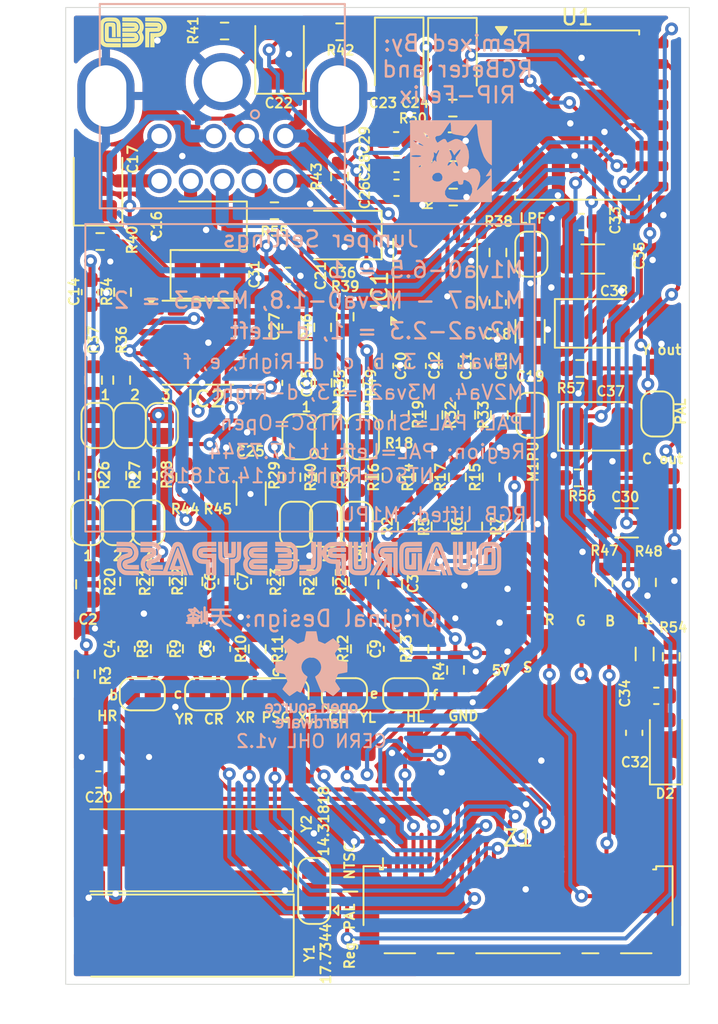
<source format=kicad_pcb>
(kicad_pcb (version 20241229) (generator "pcbnew") (generator_version "9.0")
  (layers (0 "F.Cu" signal) (2 "B.Cu" signal) (13 "F.Paste" user) (15 "B.Paste" user) (5 "F.SilkS" user "F.Silkscreen") (7 "B.SilkS" user "B.Silkscreen") (1 "F.Mask" user) (3 "B.Mask" user) (25 "Edge.Cuts" user))
  (net 0 "")
  (net 1 "/B-IN")
  (net 2 "/CR")
  (net 3 "/XR")
  (net 4 "GND")
  (net 5 "+5V")
  (net 6 "/YL")
  (net 7 "/CL")
  (net 8 "/XL")
  (net 9 "/PSG")
  (net 10 "/YR")
  (net 11 "/OUT1")
  (net 12 "/AUD-R")
  (net 13 "/OUT2")
  (net 14 "/AUD-L")
  (net 15 "/SR")
  (net 16 "/SL")
  (net 17 "Net-(B_1-B)")
  (net 18 "/SYNC-TTL")
  (net 19 "Net-(YR2-A)")
  (net 20 "Net-(YL2-A)")
  (net 21 "/G-IN")
  (net 22 "/R-IN")
  (net 23 "Net-(IC1-CH1_IN)")
  (net 24 "Net-(IC1-CH3_IN)")
  (net 25 "Net-(C5-Pad1)")
  (net 26 "Net-(C6-Pad1)")
  (net 27 "Net-(C7-Pad1)")
  (net 28 "Net-(C8-Pad1)")
  (net 29 "Net-(C9-Pad1)")
  (net 30 "Net-(IC1-CH2_IN)")
  (net 31 "Net-(IC1-CH4_IN)")
  (net 32 "Net-(C11-Pad2)")
  (net 33 "2V5")
  (net 34 "Net-(C12-Pad2)")
  (net 35 "Net-(IC2C-+)")
  (net 36 "Net-(C13-Pad2)")
  (net 37 "Net-(C17-Pad1)")
  (net 38 "/OUT3")
  (net 39 "Net-(CN1-MONO)")
  (net 40 "R-OUT")
  (net 41 "Net-(C22-Pad2)")
  (net 42 "B-OUT")
  (net 43 "Net-(D1-B)")
  (net 44 "Net-(D1-A)")
  (net 45 "Net-(E1-B)")
  (net 46 "Net-(F1-B)")
  (net 47 "Net-(IC1-BYPASS)")
  (net 48 "Net-(IC2C--)")
  (net 49 "Net-(IC2D--)")
  (net 50 "/HR")
  (net 51 "/HL")
  (net 52 "Net-(M1PU1-B)")
  (net 53 "Net-(YR2-B)")
  (net 54 "Net-(YR3-B)")
  (net 55 "Net-(YR4-B)")
  (net 56 "Net-(YL2-B)")
  (net 57 "Net-(YL3-B)")
  (net 58 "Net-(YL4-B)")
  (net 59 "Net-(C22-Pad1)")
  (net 60 "CLK")
  (net 61 "CVBS")
  (net 62 "2V5_IC3")
  (net 63 "Net-(C23-Pad2)")
  (net 64 "Net-(C23-Pad1)")
  (net 65 "Net-(C24-Pad2)")
  (net 66 "Net-(C24-Pad1)")
  (net 67 "Net-(C31-Pad2)")
  (net 68 "Net-(J5-Pin_1)")
  (net 69 "G-OUT")
  (net 70 "Net-(J6-Pin_1)")
  (net 71 "Net-(C1-B)")
  (net 72 "Net-(C4-Pad1)")
  (net 73 "Net-(C10-Pad2)")
  (net 74 "Net-(C16-Pad1)")
  (net 75 "Net-(U1-BLUE)")
  (net 76 "Net-(U1-GREEN)")
  (net 77 "Net-(U1-RED)")
  (net 78 "Net-(C32-Pad1)")
  (net 79 "Net-(D2-A)")
  (net 80 "Net-(C36-Pad2)")
  (net 81 "Net-(U1-CVBS_OUT)")
  (net 82 "Net-(C37-Pad2)")
  (net 83 "Net-(U1-CHROM_OUT)")
  (net 84 "Net-(C38-Pad2)")
  (net 85 "Net-(U1-LUM_OUT)")
  (net 86 "Net-(J3-A)")
  (net 87 "Net-(J3-B)")
  (net 88 "/STDSEL")
  (net 89 "Net-(U1-TRAP)")
  (net 90 "Net-(YR5-A)")
  (net 91 "Net-(YR6-A)")
  (net 92 "Net-(YR7-A)")
  (net 93 "Net-(YL5-A)")
  (net 94 "Net-(YL7-A)")
  (net 95 "Net-(YL6-A)")
  (footprint "Resistor_SMD:R_0603_1608Metric" (layer "F.Cu") (at 157.3811 94.9006 180)
    (property "Reference" "R53")
    (property "Value" "75")
  )
  (footprint "Resistor_SMD:R_0603_1608Metric" (layer "F.Cu") (at 151.4161 118.7916 90)
    (property "Reference" "R25")
    (property "Value" "210k")
  )
  (footprint "Resistor_SMD:R_0603_1608Metric" (layer "F.Cu") (at 160.1611 98.3462 90)
    (property "Reference" "R38")
    (property "Value" "5.62k")
  )
  (footprint "Capacitor_SMD:C_0603_1608Metric" (layer "F.Cu") (at 137.0651 122.9826 -90)
    (property "Reference" "C4")
    (property "Value" "1u")
  )
  (footprint "Resistor_SMD:R_0603_1608Metric" (layer "F.Cu") (at 149.2931 106.4506 90)
    (property "Reference" "R35")
    (property "Value" "300k")
  )
  (footprint "Jumper:SolderJumper-2_P1.3mm_Open_RoundedPad1.0x1.5mm" (layer "F.Cu") (at 149.7611 109.8006 90)
    (property "Reference" "YL6" (hide yes))
    (property "Value" "SolderJumper_2_Open")
  )
  (footprint "Jumper:SolderJumper-2_P1.3mm_Open_RoundedPad1.0x1.5mm" (layer "F.Cu") (at 138.424 115.134 90)
    (property "Reference" "YR4" (hide yes))
    (property "Value" "SolderJumper_2_Open")
  )
  (footprint "Connector_Wire:SolderWirePad_1x01_SMD_1x2mm" (layer "F.Cu") (at 167.1111 122.7506 180)
    (property "Reference" "B1" (hide yes))
    (property "Value" "SMD_Conn_01x01")
  )
  (footprint "Resistor_SMD:R_0603_1608Metric" (layer "F.Cu") (at 160.2486 108.4402 90)
    (property "Reference" "R33")
    (property "Value" "1k")
  )
  (footprint "Resistor_SMD:R_0603_1608Metric" (layer "F.Cu") (at 165.2611 105.5506 180)
    (property "Reference" "R57")
    (property "Value" "75")
  )
  (footprint "Jumper:SolderJumper-2_P1.3mm_Open_RoundedPad1.0x1.5mm" (layer "F.Cu") (at 150.616 125.802)
    (property "Reference" "E1" (hide yes))
    (property "Value" "SolderJumper_2_Open")
  )
  (footprint "Package_SO:SOIC-16W_7.5x10.3mm_P1.27mm" (layer "F.Cu") (at 165.0861 89.8056)
    (property "Reference" "U1")
    (property "Value" "AD725")
  )
  (footprint "Resistor_SMD:R_0603_1608Metric" (layer "F.Cu") (at 157.6391 112.3146 90)
    (property "Reference" "R17")
    (property "Value" "5.62k")
  )
  (footprint "Resistor_SMD:R_0603_1608Metric" (layer "F.Cu") (at 147.3521 118.7916 90)
    (property "Reference" "R23")
    (property "Value" "210k")
  )
  (footprint "Connector_Wire:SolderWirePad_1x01_SMD_1x2mm" (layer "F.Cu") (at 142.5261 128.9516)
    (property "Reference" "CR1" (hide yes))
    (property "Value" "SMD_Conn_01x01")
  )
  (footprint "Resistor_SMD:R_0603_1608Metric" (layer "F.Cu") (at 141.091 122.9826 90)
    (property "Reference" "R9")
    (property "Value" "75")
  )
  (footprint "Resistor_SMD:R_0603_1608Metric" (layer "F.Cu") (at 149.3841 112.3146 90)
    (property "Reference" "R30")
    (property "Value" "100k")
  )
  (footprint "Resistor_SMD:R_0603_1608Metric" (layer "F.Cu") (at 165.1611 112.3506 180)
    (property "Reference" "R56")
    (property "Value" "75")
  )
  (footprint "Capacitor_SMD:C_0603_1608Metric" (layer "F.Cu") (at 134.7851 100.8126 -90)
    (property "Reference" "C14")
    (property "Value" "150p")
  )
  (footprint "Connector_Wire:SolderWirePad_1x01_SMD_1x2mm" (layer "F.Cu") (at 146.3361 128.9516)
    (property "Reference" "P1" (hide yes))
    (property "Value" "SMD_Conn_01x01")
  )
  (footprint "Capacitor_Tantalum_SMD:CP_EIA-3528-15_AVX-H" (layer "F.Cu") (at 166.3611 109.1506)
    (property "Reference" "C37")
    (property "Value" "220u")
  )
  (footprint "Capacitor_Tantalum_SMD:CP_EIA-3528-15_AVX-H" (layer "F.Cu") (at 150.4711 97.2606 180)
    (property "Reference" "C36")
    (property "Value" "220u")
  )
  (footprint "Resistor_SMD:R_0603_1608Metric" (layer "F.Cu") (at 155.5436 112.3146 90)
    (property "Reference" "R14")
    (property "Value" "5.62k")
  )
  (footprint "Connector_Wire:SolderWirePad_1x01_SMD_1x2mm" (layer "F.Cu") (at 155.0111 128.9506)
    (property "Reference" "J2" (hide yes))
    (property "Value" "SMD_Conn_01x01")
  )
  (footprint "Resistor_SMD:R_0603_1608Metric" (layer "F.Cu") (at 140.6846 112.3146 -90)
    (property "Reference" "R44")
    (property "Value" "10k")
  )
  (footprint "Jumper:SolderJumper-2_P1.3mm_Open_RoundedPad1.0x1.5mm" (layer "F.Cu") (at 136.519 115.134 90)
    (property "Reference" "YR3" (hide yes))
    (property "Value" "SolderJumper_2_Open")
  )
  (footprint "Resistor_SMD:R_0603_1608Metric" (layer "F.Cu") (at 158.6551 115.3626 -90)
    (property "Reference" "R6")
    (property "Value" "5.62k")
  )
  (footprint "Capacitor_SMD:C_0603_1608Metric" (layer "F.Cu") (at 149.5111 122.9826 -90)
    (property "Reference" "C8")
    (property "Value" "1u")
  )
  (footprint "Jumper:SolderJumper-2_P1.3mm_Open_RoundedPad1.0x1.5mm" (layer "F.Cu") (at 154.426 125.802)
    (property "Reference" "F1" (hide yes))
    (property "Value" "SolderJumper_2_Open")
  )
  (footprint "Resistor_SMD:R_0603_1608Metric" (layer "F.Cu") (at 157.3561 89.3706)
    (property "Reference" "R50")
    (property "Value" "10k")
  )
  (footprint "Jumper:SolderJumper-2_P1.3mm_Open_RoundedPad1.0x1.5mm" (layer "F.Cu") (at 138.043 125.802)
    (property "Reference" "B_1" (hide yes))
    (property "Value" "SolderJumper_2_Open")
  )
  (footprint "Jumper:SolderJumper-2_P1.3mm_Open_RoundedPad1.0x1.5mm" (layer "F.Cu") (at 151.378 115.2356 90)
    (property "Reference" "YL4" (hide yes))
    (property "Value" "SolderJumper_2_Open")
  )
  (footprint "Resistor_SMD:R_0603_1608Metric" (layer "F.Cu") (at 136.7611 106.2756 90)
    (property "Reference" "R37")
    (property "Value" "10k")
  )
  (footprint "Resistor_SMD:R_0603_1608Metric" (layer "F.Cu") (at 138.424 112.213 90)
    (property "Reference" "R28")
    (property "Value" "130k")
  )
  (footprint "Inductor_SMD:L_0805_2012Metric" (layer "F.Cu") (at 169.2861 123.3006 -90)
    (property "Reference" "L1")
    (property "Value" "68u")
  )
  (footprint "Resistor_SMD:R_0603_1608Metric" (layer "F.Cu") (at 151.5431 122.9826 90)
    (property "Reference" "R12")
    (property "Value" "75")
  )
  (footprint "Capacitor_SMD:C_1206_3216Metric" (layer "F.Cu") (at 166.0611 98.7506)
    (property "Reference" "C35")
    (property "Value" "10u")
  )
  (footprint "Capacitor_SMD:C_0603_1608Metric" (layer "F.Cu") (at 168.6361 128.2006 -90)
    (property "Reference" "C32")
    (property "Value" "18p")
  )
  (footprint "Jumper:SolderJumper-2_P1.3mm_Open_RoundedPad1.0x1.5mm" (layer "F.Cu") (at 162.306 108.4656 -90)
    (property "Reference" "M1PU1" (hide yes))
    (property "Value" "SolderJumper_2_Open")
  )
  (footprint "Resistor_SMD:R_0603_1608Metric" (layer "F.Cu") (at 143.1611 84.5806)
    (property "Reference" "R41")
    (property "Value" "75")
  )
  (footprint "Capacitor_SMD:C_0603_1608Metric" (layer "F.Cu") (at 153.5751 122.9826 -90)
    (property "Reference" "C9")
    (property "Value" "1u")
  )
  (footprint "Capacitor_Tantalum_SMD:CP_EIA-3528-15_AVX-H" (layer "F.Cu") (at 142.2611 99.7006)
    (property "Reference" "C31")
    (property "Value" "47u")
  )
  (footprint "Resistor_SMD:R_0603_1608Metric" (layer "F.Cu") (at 136.519 112.213 90)
    (property "Reference" "R27")
    (property "Value" "100k")
  )
  (footprint "Resistor_SMD:R_0603_1608Metric" (layer "F.Cu") (at 150.3111 93.6256 90)
    (property "Reference" "R43")
    (property "Value" "75")
  )
  (footprint "Jumper:SolderJumper-2_P1.3mm_Open_RoundedPad1.0x1.5mm" (layer "F.Cu") (at 134.614 115.134 90)
    (property "Reference" "YR2" (hide yes))
    (property "Value" "SolderJumper_2_Open")
  )
  (footprint "Connector_Wire:SolderWirePad_1x01_SMD_1x2mm" (layer "F.Cu") (at 170.4611 105.4506 90)
    (property "Reference" "J6" (hide yes))
    (property "Value" "SMD_Conn_01x01")
  )
  (footprint "Capacitor_Tantalum_SMD:CP_EIA-3528-15_AVX-H" (layer "F.Cu") (at 146.5811 86.0181 90)
    (property "Reference" "C22")
    (property "Value" "220u")
  )
  (footprint "Connector_Wire:SolderWirePad_1x01_SMD_1x2mm" (layer "F.Cu") (at 140.6211 128.9516)
    (property "Reference" "YR1" (hide yes))
    (property "Value" "SMD_Conn_01x01")
  )
  (footprint "Capacitor_SMD:C_0603_1608Metric" (layer "F.Cu") (at 142.996 122.9826 -90)
    (property "Reference" "C5")
    (property "Value" "1u")
  )
  (footprint "Resistor_SMD:R_0603_1608Metric" (layer "F.Cu") (at 166.7611 118.8506 -90)
    (property "Reference" "R47")
    (property "Value" "10k")
  )
  (footprint "Resistor_SMD:R_0603_1608Metric" (layer "F.Cu") (at 155.315 122.9826 90)
    (property "Reference" "R13")
    (property "Value" "75")
  )
  (footprint "Resistor_SMD:R_0603_1608Metric" (layer "F.Cu") (at 159.7346 112.3146 90)
    (property "Reference" "R15")
    (property "Value" "5.62k")
  )
  (footprint "Resistor_SMD:R_0603_1608Metric" (layer "F.Cu") (at 151.2611 106.4506 -90)
    (property "Reference" "R49")
    (property "Value" "330")
  )
  (footprint "Jumper:SolderJumper-2_P1.3mm_Open_RoundedPad1.0x1.5mm" (layer "F.Cu") (at 151.7611 109.8006 90)
    (property "Reference" "YL7" (hide yes))
    (property "Value" "SolderJumper_2_Open")
  )
  (footprint "Resistor_SMD:R_0603_1608Metric" (layer "F.Cu") (at 139.2241 118.7916 90)
    (property "Reference" "R21")
    (property "Value" "210k")
  )
  (footprint "Resistor_SMD:R_0603_1608Metric" (layer "F.Cu") (at 156.1846 108.4402 90)
    (property "Reference" "R19")
    (property "Value" "1k")
  )
  (footprint "Capacitor_SMD:C_0603_1608Metric" (layer "F.Cu") (at 153.8511 92.8406 180)
    (property "Reference" "C28")
    (property "Value" "0.1u")
  )
  (footprint "Resistor_SMD:R_0603_1608Metric" (layer "F.Cu") (at 157.3211 93.1906 180)
    (property "Reference" "R52")
    (property "Value" "75")
  )
  (footprint "Resistor_SMD:R_0603_1608Metric" (layer "F.Cu") (at 150.3411 84.6306)
    (property "Reference" "R42")
    (property "Value" "75")
  )
  (footprint "Connector_Wire:SolderWirePad_1x01_SMD_1x2mm" (layer "F.Cu") (at 150.1461 128.9516)
    (property "Reference" "CL1" (hide yes))
    (property "Value" "SMD_Conn_01x01")
  )
  (footprint "Resistor_SMD:R_0603_1608Metric" (layer "F.Cu") (at 149.3841 118.7916 90)
    (property "Reference" "R24")
    (property "Value" "210k")
  )
  (footprint "Jumper:SolderJumper-2_P1.3mm_Open_RoundedPad1.0x1.5mm" (layer "F.Cu") (at 162.2411 98.4506 -90)
    (property "Reference" "LPF1" (hide yes))
    (property "Value" "SolderJumper_2_Open")
  )
  (footprint "footprints:QBP_LOGO" (layer "F.Cu") (at 137.5111 84.6306)
    (property "Reference" "Ref**" (hide yes))
    (property "Value" "LOGO" (hide yes))
  )
  (footprint "Jumper:SolderJumper-2_P1.3mm_Open_RoundedPad1.0x1.5mm" (layer "F.Cu") (at 137.2611 109.1006 90)
    (property "Reference" "YR6" (hide yes))
    (property "Value" "SolderJumper_2_Open")
  )
  (footprint "Resistor_SMD:R_0603_1608Metric" (layer "F.Cu") (at 150.6601 102.3366 90)
    (property "Reference" "R39")
    (property "Value" "330")
  )
  (footprint "Capacitor_SMD:C_0603_1608Metric" (layer "F.Cu") (at 155.1686 105.3922 -90)
    (property "Reference" "C12")
    (property "Value" "0.1u")
  )
  (footprint "Resistor_SMD:R_0603_1608Metric" (layer "F.Cu") (at 156.5596 115.3626 -90)
    (property "Reference" "R5")
    (property "Value" "5.62k")
  )
  (footprint "Jumper:SolderJumper-3_P1.3mm_Open_RoundedPad1.0x1.5mm" (layer "F.Cu") (at 146.3361 125.802)
    (property "Reference" "D1" (hide yes))
    (property "Value" "SolderJumper_3_Open")
  )
  (footprint "Resistor_SMD:R_0603_1608Metric" (layer "F.Cu") (at 137.1921 118.7916 90)
    (property "Reference" "R20")
    (property "Value" "210k")
  )
  (footprint "Connector_Wire:SolderWirePad_1x01_SMD_1x2mm" (layer "F.Cu") (at 165.3611 122.7506 180)
    (property "Reference" "G1" (hide yes))
    (property "Value" "SMD_Conn_01x01")
  )
  (footprint "Jumper:SolderJumper-2_P1.3mm_Open_RoundedPad1.0x1.5mm" (layer "F.Cu") (at 147.6061 115.2356 90)
    (property "Reference" "YL2" (hide yes))
    (property "Value" "SolderJumper_2_Open")
  )
  (footprint "Resistor_SMD:R_0603_1608Metric" (layer "F.Cu") (at 154.0891 108.4402 90)
    (property "Reference" "R18")
    (property "Value" "1k")
  )
  (footprint "Resistor_SMD:R_0603_1608Metric" (layer "F.Cu") (at 170.9361 123.4756 90)
    (property "Reference" "R54")
    (property "Value" "470")
  )
  (footprint "Resistor_SMD:R_0603_1608Metric" (layer "F.Cu") (at 147.4791 122.9826 90)
    (property "Reference" "R11")
    (property "Value" "2.2k")
  )
  (footprint "Capacitor_SMD:C_0603_1608Metric" (layer "F.Cu") (at 165.3611 96.4506)
    (property "Reference" "C33")
    (property "Value" "0.1u")
  )
  (footprint "Resistor_SMD:R_0603_1608Metric" (layer "F.Cu") (at 135.4201 97.663 180)
    (property "Reference" "R40")
    (property "Value" "330")
  )
  (footprint "Resistor_SMD:R_0603_1608Metric" (layer "F.Cu") (at 134.5632 124.5574 90)
    (property "Reference" "R3")
    (property "Value" "100k")
  )
  (footprint "Jumper:SolderJumper-2_P1.3mm_Open_RoundedPad1.0x1.5mm" (layer "F.Cu") (at 170.0811 108.3806 90)
    (property "Reference" "J4" (hide yes))
    (property "Value" "SolderJumper_2_Open")
  )
  (footprint "Resistor_SMD:R_0603_1608Metric" (layer "F.Cu") (at 161.1316 115.3626 90)
    (property "Reference" "R7")
    (property "Value" "5.62k")
  )
  (footprint "Resistor_SMD:R_0603_1608Metric" (layer "F.Cu") (at 141.2561 118.7916 90)
    (property "Reference" "R22")
    (property "Value" "210k")
  )
  (footprint "Connector_Wire:SolderWirePad_1x01_SMD_1x2mm" (layer "F.Cu") (at 160.2211 125.9706)
    (property "Reference" "UNK5V1" (hide yes))
    (property "Value" "SMD_Conn_01x01")
  )
  (footprint "Capacitor_SMD:C_0603_1608Metric" (layer "F.Cu") (at 170.0111 125.9006 180)
    (property "Reference" "C34")
    (property "Value" "9p")
  )
  (footprint "Connector_Wire:SolderWirePad_1x01_SMD_1x2mm" (layer "F.Cu") (at 135.7951 128.9516)
    (property "Reference" "J1" (hide yes))
    (property "Value" "SMD_Conn_01x01")
  )
  (footprint "Capacitor_SMD:C_0603_1608Metric" (layer "F.Cu") (at 153.8311 91.3706 180)
    (property "Reference" "C29")
    (property "Value" "0.1u")
  )
  (footprint "Capacitor_SMD:C_0805_2012Metric" (layer "F.Cu") (at 134.6648 118.9694 -90)
    (property "Reference" "C2")
    (property "Value" "10u")
  )
  (footprint "Connector_Wire:SolderWirePad_1x01_SMD_1x2mm" (layer "F.Cu") (at 144.4311 128.9516)
    (property "Reference" "XR1" (hide yes))
    (property "Value" "SMD_Conn_01x01")
  )
  (footprint "Diode_SMD:D_SOD-123" (layer "F.Cu") (at 170.6111 129.0506 90)
    (property "Reference" "D2")
    (property "Value" "1N4148W")
  )
  (footprint "Capacitor_SMD:C_1206_3216Metric" (layer "F.Cu") (at 144.8121 113.3306 -90)
    (property "Reference" "C25")
    (property "Value" "10u")
  )
  (footprint "Jumper:SolderJumper-2_P1.3mm_Open_RoundedPad1.0x1.5mm" (layer "F.Cu") (at 147.7611 109.8006 90)
    (property "Reference" "YL5" (hide yes))
    (property "Value" "SolderJumper_2_Open")
  )
  (footprint "Capacitor_Tantalum_SMD:CP_EIA-3528-15_AVX-H" (layer "F.Cu") (at 142.0876 96.6851 180)
    (property "Reference" "C16")
    (property "Value" "47u")
  )
  (footprint "Connector_Wire:SolderWirePad_1x01_SMD_1x2mm" (layer "F.Cu") (at 163.3611 122.7506 180)
    (property "Reference" "R1" (hide yes))
    (property "Value" "SMD_Conn_01x01")
  )
  (footprint "Connector_Wire:SolderWirePad_1x01_SMD_1x2mm" (layer "F.Cu") (at 170.4611 112.2506 90)
    (property "Reference" "J5" (hide yes))
    (property "Value" "SMD_Conn_01x01")
  )
  (footprint "Resistor_SMD:R_0603_1608Metric" (layer "F.Cu") (at 145.1931 122.9826 90)
    (property "Reference" "R10")
    (property "Value" "750")
  )
  (footprint "Capacitor_Tantalum_SMD:CP_EIA-3528-15_AVX-H" (layer "F.Cu") (at 154.0211 86.2031 -90)
    (property "Reference" "C23")
    (property "Value" "220u")
  )
  (footprint "Resistor_SMD:R_0603_1608Metric" (layer "F.Cu") (at 151.4161 112.3146 90)
    (property "Reference" "R31")
    (property "Value" "130k")
  )
  (footprint "Capacitor_SMD:C_0603_1608Metric" (layer "F.Cu") (at 157.2006 105.3922 -90)
    (property "Reference" "C11")
    (property "Value" "0.1u")
  )
  (footprint "Resistor_SMD:R_0603_1608Metric" (layer "F.Cu") (at 142.7801 112.3146 90)
    (property "Reference" "R45")
    (property "Value" "10k")
  )
  (footprint "Jumper:SolderJumper-3_P1.3mm_Open_RoundedPad1.0x1.5mm" (layer "F.Cu") (at 148.7361 138.0256 90)
    (property "Reference" "J3" (hide yes))
    (property "Value" "SolderJumper_3_Open")
  )
  (footprint "Resistor_SMD:R_0603_1608Metric" (layer "F.Cu") (at 169.4611 118.8506 90)
    (property "Reference" "R48")
    (property "Value" "10k")
  )
  (footprint "Resistor_SMD:R_0603_1608Metric" (layer "F.Cu") (at 153.5116 112.3146 90)
    (property "Reference" "R16")
    (property "Value" "5.62k")
  )
  (footprint "Capacitor_SMD:C_0603_1608Metric" (layer "F.Cu") (at 147.2611 102.9506 90)
    (property "Reference" "C27")
    (property "Value" "1nf")
  )
  (footprint "Capacitor_SMD:C_0805_2012Metric" (layer "F.Cu") (at 153.4608 118.9694 -90)
    (property "Reference" "C3")
    (property "Value" "10u")
  )
  (footprint "Capacitor_SMD:C_0603_1608Metric" (layer "F.Cu") (at 145.3201 118.7916 -90)
    (property "Reference" "C7")
    (property "Value" "1u")
  )
  (footprint "Resistor_SMD:R_0603_1608Metric" (layer "F.Cu") (at 158.2166 108.4402 90)
    (property "Reference" "R32")
    (property "Value" "1k")
  )
  (footprint "Connector_Wire:SolderWirePad_1x01_SMD_1x2mm" (layer "F.Cu") (at 162.0911 125.9706 180)
    (property "Reference" "S1" (hide yes))
    (property "Value" "SMD_Conn_01x01")
  )
  (footprint "Capacitor_Tantalum_SMD:CP_EIA-3528-15_AVX-H" (layer "F.Cu") (at 135.2931 94.2086 90)
    (property "Reference" "C17")
    (property "Value" "47u")
  )
  (footprint "Resistor_SMD:R_0603_1608Metric" (layer "F.Cu") (at 157.5248 124.3034 90)
    (property "Reference" "R4")
    (property "Value" "100k")
  )
  (footprint "Package_SO:TSSOP-14_4.4x5mm_P0.65mm" (layer "F.Cu") (at 156.2611 99.7006 90)
    (property "Reference" "IC1")
    (property "Value" "MC33204")
  )
  (footprint "Resistor_SMD:R_0603_1608Metric" (layer "F.Cu") (at 147.3521 112.3146 90)
    (property "Reference" "R29")
    (property "Value" "10k")
  )
  (footprint "Capacitor_SMD:C_0603_1608Metric" (layer "F.Cu") (at 153.1366 105.3922 -90)
    (property "Reference" "C10")
    (property "Value" "0.1u")
  )
  (footprint "Capacitor_SMD:C_0603_1608Metric" (layer "F.Cu") (at 143.2881 118.7916 -90)
    (property "Reference" "C6")
    (property "Value" "1u")
  )
  (footprint "Capacitor_SMD:C_0603_1608Metric" (layer "F.Cu") (at 147.2611 106.4506 -90)
    (property "Reference" "C15")
    (property "Value" "150p")
  )
  (footprint "Capacitor_SMD:C_0603_1608Metric" (layer "F.Cu") (at 147.1041 99.7966)
    (property "Reference" "C21")
    (property "Value" "0.1u")
  )
  (footprint "Capacitor_SMD:C_1206_3216Metric" (layer "F.Cu") (at 162.1611 103.2462 -90)
    (property "Reference" "C19")
    (property "Value" "10u")
  )
  (footprint "Capacitor_SMD:C_0603_1608Metric" (layer "F.Cu") (at 153.8511 94.3206 180)
    (property "Reference" "C26")
    (property "Value" "0.1u")
  )
  (footprint "Resistor_SMD:R_0603_1608Metric" (layer "F.Cu") (at 146.2611 95.7506)
    (property "Reference" "R55")
    (property "Value" "75")
  )
  (footprint "Capacitor_Tantalum_SMD:CP_EIA-3528-15_AVX-H" (layer "F.Cu") (at 166.1611 102.7506)
    (property "Reference" "C38")
    (property "Value" "220u")
  )
  (footprint "Resistor_SMD:R_0603_1608Metric" (layer "F.Cu") (at 136.8171 100.8126 90)
    (property "Reference" "R34")
    (property "Value" "300k")
  )
  (footprint "Capacitor_SMD:C_0603_1608Metric" (layer "F.Cu") (at 159.2326 105.3922 -90)
    (property "Reference" "C13")
    (property "Value" "0.1u")
  )
  (footprint "Connector_Wire:SolderWirePad_1x01_SMD_1x2mm" (layer "F.Cu") (at 148.2411 128.9516)
    (property "Reference" "XL1" (hide yes))
    (property "Value" "SMD_Conn_01x01")
  )
  (footprint "Connector_Wire:SolderWirePad_1x01_SMD_1x2mm" (layer "F.Cu") (at 152.0511 128.9516)
    (property "Reference" "YL1" (hide yes))
    (property "Value" "SMD_Conn_01x01")
  )
  (footprint "Jumper:SolderJumper-2_P1.3mm_Open_RoundedPad1.0x1.5mm" (layer "F.Cu") (at 135.2611 109.1006 90)
    (property "Reference" "YR5" (hide yes))
    (property "Value" "SolderJumper_2_Open")
  )
  (footprint "Jumper:SolderJumper-2_P1.3mm_Open_RoundedPad1.0x1.5mm" (layer "F.Cu") (at 142.107 125.802 180)
    (property "Reference" "C1" (hide yes))
    (property "Value" "SolderJumper_2_Open")
  )
  (footprint "Resistor_SMD:R_0603_1608Metric" (layer "F.Cu") (at 134.614 112.213 90)
    (property "Reference" "R26")
    (property "Value" "10k")
  )
  (footprint "Capacitor_SMD:C_1206_3216Metric" (layer "F.Cu") (at 168.1611 115.1506 180)
    (property "Reference" "C30")
    (property "Value" "10u")
  )
  (footprint "Resistor_SMD:R_0603_1608Metric" (layer "F.Cu") (at 157.3311 91.4006 180)
    (property "Reference" "R51")
    (property "Value" "75")
  )
  (footprint "Capacitor_SMD:C_0603_1608Metric" (layer "F.Cu") (at 160.147 101.4462 90)
    (property "Reference" "C18")
    (property "Value" "0.1u")
  )
  (footprint "Connector_Wire:SolderWirePad_1x01_SMD_1x2mm" (layer "F.Cu") (at 158.0111 128.9516 180)
    (property "Reference" "GND1" (hide yes))
    (property "Value" "SMD_Conn_01x01")
  )
  (footprint "Jumper:SolderJumper-2_P1.3mm_Open_RoundedPad1.0x1.5mm" (layer "F.Cu") (at 139.2611 109.1006 90)
    (property "Reference" "YR7" (hide yes))
    (property "Value" "SolderJumper_2_Open")
  )
  (footprint "Jumper:SolderJumper-2_P1.3mm_Open_RoundedPad1.0x1.5mm" (layer "F.Cu") (at 149.473 115.2356 90)
    (property "Reference" "YL3" (hide yes))
    (property "Value" "SolderJumper_2_Open")
  )
  (footprint "Crystal:Crystal_SMD_HC49-SD" (layer "F.Cu") (at 140.7611 140.8006 180)
    (property "Reference" "Y1")
    (property "Value" "HCM4917734475ABJT")
  )
  (footprint "Capacitor_SMD:C_0603_1608Metric" (layer "F.Cu") (at 135.3111 131.1006)
    (property "Reference" "C20")
    (property "Value" "0.1u")
  )
  (footprint "Resistor_SMD:R_0603_1608Metric" (layer "F.Cu") (at 139.0971 122.9826 90)
    (property "Reference" "R8")
    (property "Value" "75")
  )
  (footprint "Package_SO:TSSOP-14_4.4x5mm_P0.65mm" (layer "F.Cu") (at 141.4986 103.9506)
    (property "Reference" "IC2")
    (property "Value" "MC33204")
  )
  (footprint "Connector_FFC-FPC:Molex_502244-3330_1x33-1MP_P0.5mm_Horizontal" (layer "F.Cu") (at 161.4111 139.4506)
    (property "Reference" "Z1")
    (property "Value" "Conn_01x33_Pin")
  )
  (footprint "Resistor_SMD:R_0603_1608Metric" (layer "F.Cu") (at 149.2611 103.0006 -90)
    (property "Reference" "R46")
    (property "Value" "5.6k")
  )
  (footprint "Crystal:Crystal_SMD_HC49-SD" (layer "F.Cu") (at 140.7111 135.5006 180)
    (property "Reference" "Y2")
    (property "Value" "HCM4914318180BBKT")
  )
  (footprint "Capacitor_Tantalum_SMD:CP_EIA-3528-15_AVX-H" (layer "F.Cu") (at 157.3311 86.2231 -90)
    (property "Reference" "C24")
    (property "Value" "220u")
  )
  (footprint "Resistor_SMD:R_0603_1608Metric" (layer "F.Cu") (at 135.0111 106.2756 -90)
    (property "Reference" "R36")
    (property "Value" "10k")
  )
  (footprint "Resistor_SMD:R_0603_1608Metric" (layer "F.Cu") (at 154.4641 115.3626 -90)
    (property "Reference" "R2")
    (property "Value" "2.2k")
  )
  (footprint "footprints:4bp_LOGO" (layer "B.Cu") (at 148.3211 117.3906 180)
    (property "Reference" "Ref**" (hide yes))
    (property "Value" "LOGO" (hide yes))
  )
  (footprint "RIP-Felix Logo(Small)" (layer "B.Cu") (at 157.2411 92.6706 180)
    (property "Reference" "G***" (hide yes))
    (property "Value" "LOGO" (hide yes))
  )
  (footprint "MyLibrary:MD90SM-MD2" (layer "B.Cu") (at 143.0195 82.9024)
    (property "Reference" "CN1" (hide yes))
    (property "Value" "MD-90SM_MD2" (hide yes))
  )
  (footprint "Symbol:OSHW-Logo_5.7x6mm_SilkScreen" (layer "B.Cu") (at 148.5611 124.9056 180)
    (property "Reference" "REF**" (hide yes))
    (property "Value" "OSHW-Logo_5.7x6mm_SilkScreen" (hide yes))
  )
  (gr_rect (start 134.5011 96.5806) (end 162.4411 115.6906) (stroke (width 0.12)) (fill no) (layer "B.SilkS"))
  (gr_rect (start 133.2811 83.1166) (end 172.0611 143.8306) (stroke (width 0.05)) (fill no) (layer "Edge.Cuts"))
  (gr_text "S" (at 162.0111 124.1256 0) (layer "F.SilkS") (effects (font (size 0.6096 0.6096) (thickness 0.127))))
  (gr_text "2" (at 136.5111 117.2006 0) (layer "F.SilkS") (effects (font (size 0.6096 0.6096) (thickness 0.127))))
  (gr_text "Y out" (at 170.3211 104.3906 0) (layer "F.SilkS") (effects (font (size 0.6096 0.6096) (thickness 0.127))))
  (gr_text "LPF" (at 162.3011 96.2306 0) (layer "F.SilkS") (effects (font (size 0.6096 0.6096) (thickness 0.127))))
  (gr_text "B" (at 167.1361 121.2506 0) (layer "F.SilkS") (effects (font (size 0.6096 0.6096) (thickness 0.127))))
  (gr_text "17.7344" (at 149.4611 141.9256 90) (layer "F.SilkS") (effects (font (size 0.6096 0.6096) (thickness 0.127))))
  (gr_text "R" (at 163.3761 121.1756 0) (layer "F.SilkS") (effects (font (size 0.6096 0.6096) (thickness 0.127))))
  (gr_text "PSG" (at 146.3611 127.2506 0) (layer "F.SilkS") (effects (font (size 0.6096 0.6096) (thickness 0.127))))
  (gr_text "HR" (at 135.8611 127.1506 0) (layer "F.SilkS") (effects (font (size 0.6096 0.6096) (thickness 0.127))))
  (gr_text "b" (at 136.2611 125.8506 0) (layer "F.SilkS") (effects (font (size 0.6096 0.6096) (thickness 0.127))))
  (gr_text "c" (at 140.2611 125.7506 0) (layer "F.SilkS") (effects (font (size 0.6096 0.6096) (thickness 0.127))))
  (gr_text "3" (at 139.5111 107.2006 0) (layer "F.SilkS") (effects (font (size 0.6096 0.6096) (thickness 0.127))))
  (gr_text "CL" (at 150.1611 127.2506 0) (layer "F.SilkS") (effects (font (size 0.6096 0.6096) (thickness 0.127))))
  (gr_text "1" (at 134.6708 117.2006 0) (layer "F.SilkS") (effects (font (size 0.6096 0.6096) (thickness 0.127))))
  (gr_text "XL" (at 148.2611 127.2506 0) (layer "F.SilkS") (effects (font (size 0.6096 0.6096) (thickness 0.127))))
  (gr_text "M1PU" (at 162.3568 111.3506 90) (layer "F.SilkS") (effects (font (size 0.6096 0.6096) (thickness 0.127))))
  (gr_text "C out" (at 170.3911 111.1706 0) (layer "F.SilkS") (effects (font (size 0.6096 0.6096) (thickness 0.127))))
  (gr_text "2" (at 137.5922 107.2006 0) (layer "F.SilkS") (effects (font (size 0.6096 0.6096) (thickness 0.127))))
  (gr_text "G" (at 165.3111 121.2256 0) (layer "F.SilkS") (effects (font (size 0.6096 0.6096) (thickness 0.127))))
  (gr_text "14.31818" (at 149.3361 133.6756 90) (layer "F.SilkS") (effects (font (size 0.6096 0.6096) (thickness 0.127))))
  (gr_text "YL" (at 152.0611 127.2506 0) (layer "F.SilkS") (effects (font (size 0.6096 0.6096) (thickness 0.127))))
  (gr_text "3" (at 151.5111 117.2006 0) (layer "F.SilkS") (effects (font (size 0.6096 0.6096) (thickness 0.127))))
  (gr_text "e" (at 152.4611 125.7506 0) (layer "F.SilkS") (effects (font (size 0.6096 0.6096) (thickness 0.127))))
  (gr_text "5V" (at 160.3361 124.3256 0) (layer "F.SilkS") (effects (font (size 0.6096 0.6096) (thickness 0.127))))
  (gr_text "1" (at 135.7519 107.2006 0) (layer "F.SilkS") (effects (font (size 0.6096 0.6096) (thickness 0.127))))
  (gr_text "PAL" (at 171.5211 108.2406 90) (layer "F.SilkS") (effects (font (size 0.6096 0.6096) (thickness 0.127))))
  (gr_text "XR" (at 144.4611 127.2506 0) (layer "F.SilkS") (effects (font (size 0.6096 0.6096) (thickness 0.127))))
  (gr_text "1" (at 148.2519 107.9506 0) (layer "F.SilkS") (effects (font (size 0.6096 0.6096) (thickness 0.127))))
  (gr_text "CR" (at 142.494 127.3506 0) (layer "F.SilkS") (effects (font (size 0.6096 0.6096) (thickness 0.127))))
  (gr_text "YR" (at 140.6611 127.3506 0) (layer "F.SilkS") (effects (font (size 0.6096 0.6096) (thickness 0.127))))
  (gr_text "f" (at 156.2611 125.8506 0) (layer "F.SilkS") (effects (font (size 0.6096 0.6096) (thickness 0.127))))
  (gr_text "d" (at 146.3611 124.3506 0) (layer "F.SilkS") (effects (font (size 0.6096 0.6096) (thickness 0.127))))
  (gr_text "Reg. PAL | NTSC" (at 150.9361 138.9506 90) (layer "F.SilkS") (effects (font (size 0.6096 0.6096) (thickness 0.127))))
  (gr_text "1" (at 147.574 117.2006 0) (layer "F.SilkS") (effects (font (size 0.6096 0.6096) (thickness 0.127))))
  (gr_text "3" (at 138.43 117.2006 0) (layer "F.SilkS") (effects (font (size 0.6096 0.6096) (thickness 0.127))))
  (gr_text "2" (at 150.0922 107.9506 0) (layer "F.SilkS") (effects (font (size 0.6096 0.6096) (thickness 0.127))))
  (gr_text "3" (at 152.0111 107.9506 0) (layer "F.SilkS") (effects (font (size 0.6096 0.6096) (thickness 0.127))))
  (gr_text "GND" (at 158.0111 127.1506 0) (layer "F.SilkS") (effects (font (size 0.6096 0.6096) (thickness 0.127))))
  (gr_text "2" (at 149.5111 117.2006 0) (layer "F.SilkS") (effects (font (size 0.6096 0.6096) (thickness 0.127))))
  (gr_text "HL" (at 155.0111 127.2006 0) (layer "F.SilkS") (effects (font (size 0.6096 0.6096) (thickness 0.127))))
  (gr_text "PAL: PAL=Short NTSC=Open" (at 161.8361 108.9406 0) (layer "B.SilkS") (effects (font (size 0.889 0.889) (thickness 0.127)) (justify left mirror)))
  (gr_text "M1va7 - M2va0-1.8, M2va3 = 2" (at 161.8361 101.3206 0) (layer "B.SilkS") (effects (font (size 1 1)) (justify left mirror)))
  (gr_text "M2Va4, M3va2 = 3, d-Right" (at 161.8361 107.0356 0) (layer "B.SilkS") (effects (font (size 0.889 0.889) (thickness 0.127)) (justify left mirror)))
  (gr_text "RGB lifted: M1PU" (at 162.0361 114.6506 0) (layer "B.SilkS") (effects (font (size 0.889 0.889) (thickness 0.127)) (justify left mirror)))
  (gr_text "M1va0-6.5 = 1" (at 161.8361 99.4156 0) (layer "B.SilkS") (effects (font (size 1 1)) (justify left mirror)))
  (gr_text "Jumper Settings" (at 149.1361 97.5106 0) (layer "B.SilkS") (effects (font (size 1 1)) (justify mirror)))
  (gr_text "Original Design: 天峰" (at 148.5611 121.0956 0) (layer "B.SilkS") (effects (font (size 1 1)) (justify mirror)))
  (gr_text "CERN OHL v1.2" (at 148.5611 128.7156 0) (layer "B.SilkS") (effects (font (size 0.8128 0.8128) (thickness 0.127)) (justify mirror)))
  (gr_text "Remixed By:\nRGBeter and\nRIP-Felix" (at 157.6511 86.9506 0) (layer "B.SilkS") (effects (font (size 1 1)) (justify mirror)))
  (gr_text "Region: PAL=Left to 17.7344" (at 161.9611 110.7256 0) (layer "B.SilkS") (effects (font (size 0.889 0.889) (thickness 0.127)) (justify left mirror)))
  (gr_text "NTSC=Right to 14.31818" (at 156.2611 112.2256 0) (layer "B.SilkS") (effects (font (size 0.889 0.889) (thickness 0.127)) (justify left mirror)))
  (gr_text "M2va2-2.3 = 1, d-Left" (at 161.8361 103.2256 0) (layer "B.SilkS") (effects (font (size 1 1)) (justify left mirror)))
  (gr_text "M3va1 = 3, b, c, d-Right, e, f" (at 161.8361 105.1306 0) (layer "B.SilkS") (effects (font (size 0.889 0.889) (thickness 0.127)) (justify left mirror)))
  (segment (start 167.1111 122.639482) (end 167.1111 122.7506) (width 0.25) (layer "F.Cu") (net 1))
  (segment (start 167.1111 122.64231) (end 167.1111 122.7506) (width 0.254) (layer "F.Cu") (net 1))
  (segment (start 166.9111 135.0756) (end 166.9111 136.3706) (width 0.25) (layer "F.Cu") (net 1))
  (segment (start 160.1283 115.9468) (end 160.3941 116.2126) (width 0.254) (layer "F.Cu") (net 1))
  (segment (start 166.9361 135.0506) (end 166.9111 135.0756) (width 0.25) (layer "F.Cu") (net 1))
  (segment (start 167.0811 124.6306) (end 167.0811 122.7806) (width 0.25) (layer "F.Cu") (net 1))
  (segment (start 160.3941 116.2126) (end 161.1316 116.2126) (width 0.254) (layer "F.Cu") (net 1))
  (segment (start 161.1316 116.1876) (end 161.1316 116.659982) (width 0.25) (layer "F.Cu") (net 1))
  (segment (start 167.0811 122.7806) (end 167.1111 122.7506) (width 0.25) (layer "F.Cu") (net 1))
  (segment (start 161.1316 116.659982) (end 167.1111 122.639482) (width 0.25) (layer "F.Cu") (net 1))
  (segment (start 160.1283 113.5583) (end 160.1283 115.9468) (width 0.254) (layer "F.Cu") (net 1))
  (segment (start 166.7736 122.4131) (end 167.1111 122.7506) (width 0.25) (layer "F.Cu") (net 1))
  (segment (start 167.1311 122.7706) (end 167.1111 122.7506) (width 0.25) (layer "F.Cu") (net 1))
  (segment (start 159.7346 113.1646) (end 160.1283 113.5583) (width 0.254) (layer "F.Cu") (net 1))
  (via (at 166.9361 135.0506) (size 0.8) (drill 0.4) (layers "F.Cu" "B.Cu") (net 1))
  (via (at 167.0811 124.6306) (size 0.8) (drill 0.4) (layers "F.Cu" "B.Cu") (net 1))
  (segment (start 167.0811 134.9056) (end 167.0811 124.6306) (width 0.25) (layer "B.Cu") (net 1))
  (segment (start 166.9361 135.0506) (end 167.0811 134.9056) (width 0.25) (layer "B.Cu") (net 1))
  (segment (start 142.5261 127.497022) (end 142.355078 127.326) (width 0.25) (layer "F.Cu") (net 2))
  (segment (start 142.355078 127.326) (end 137.662 127.326) (width 0.25) (layer "F.Cu") (net 2))
  (segment (start 157.9111 137.716522) (end 157.9111 136.3706) (width 0.25) (layer "F.Cu") (net 2))
  (segment (start 137.0651 124.5701) (end 137.393 124.898) (width 0.25) (layer "F.Cu") (net 2))
  (segment (start 142.5261 128.977) (end 142.5261 127.497022) (width 0.25) (layer "F.Cu") (net 2))
  (segment (start 137.393 124.898) (end 137.393 125.802) (width 0.25) (layer "F.Cu") (net 2))
  (segment (start 142.5261 128.9516) (end 142.5261 129.826768) (width 0.25) (layer "F.Cu") (net 2))
  (segment (start 158.7111 138.5006) (end 158.695178 138.5006) (width 0.25) (layer "F.Cu") (net 2))
  (segment (start 158.695178 138.5006) (end 157.9111 137.716522) (width 0.25) (layer "F.Cu") (net 2))
  (segment (start 137.0651 123.7576) (end 137.0651 124.5701) (width 0.25) (layer "F.Cu") (net 2))
  (segment (start 142.5261 129.826768) (end 143.455516 130.756184) (width 0.25) (layer "F.Cu") (net 2))
  (segment (start 137.393 127.057) (end 137.393 125.802) (width 0.25) (layer "F.Cu") (net 2))
  (segment (start 137.662 127.326) (end 137.393 127.057) (width 0.25) (layer "F.Cu") (net 2))
  (via (at 158.7111 138.5006) (size 0.8) (drill 0.4) (layers "F.Cu" "B.Cu") (net 2))
  (via (at 143.455516 130.756184) (size 0.8) (drill 0.4) (layers "F.Cu" "B.Cu") (net 2))
  (segment (start 157.8611 139.3506) (end 146.9111 139.3506) (width 0.25) (layer "B.Cu") (net 2))
  (segment (start 146.9111 139.3506) (end 143.455516 135.895016) (width 0.25) (layer "B.Cu") (net 2))
  (segment (start 158.7111 138.5006) (end 157.8611 139.3506) (width 0.25) (layer "B.Cu") (net 2))
  (segment (start 143.455516 135.895016) (end 143.455516 130.756184) (width 0.25) (layer "B.Cu") (net 2))
  (segment (start 144.4311 127.4911) (end 144.266 127.326) (width 0.25) (layer "F.Cu") (net 3))
  (segment (start 144.7011 129.2216) (end 144.4311 128.9516) (width 0.25) (layer "F.Cu") (net 3))
  (segment (start 142.757 127.087) (end 142.757 125.802) (width 0.25) (layer "F.Cu") (net 3))
  (segment (start 142.757 124.644) (end 142.757 125.802) (width 0.25) (layer "F.Cu") (net 3))
  (segment (start 142.996 127.326) (end 142.757 127.087) (width 0.25) (layer "F.Cu") (net 3))
  (segment (start 144.4311 128.977) (end 144.4311 127.4911) (width 0.25) (layer "F.Cu") (net 3))
  (segment (start 142.996 123.7576) (end 142.996 124.405) (width 0.25) (layer "F.Cu") (net 3))
  (segment (start 142.996 124.405) (end 142.757 124.644) (width 0.25) (layer "F.Cu") (net 3))
  (segment (start 144.266 127.326) (end 142.996 127.326) (width 0.25) (layer "F.Cu") (net 3))
  (segment (start 159.9111 135.622664) (end 159.9111 136.3706) (width 0.25) (layer "F.Cu") (net 3))
  (segment (start 160.157382 135.376382) (end 159.9111 135.622664) (width 0.25) (layer "F.Cu") (net 3))
  (segment (start 144.7011 130.9006) (end 144.7011 129.2216) (width 0.25) (layer "F.Cu") (net 3))
  (via (at 160.157382 135.376382) (size 0.8) (drill 0.4) (layers "F.Cu" "B.Cu") (net 3))
  (via (at 144.7011 130.9006) (size 0.8) (drill 0.4) (layers "F.Cu" "B.Cu") (net 3))
  (segment (start 159.435318 135.376382) (end 156.8111 138.0006) (width 0.25) (layer "B.Cu") (net 3))
  (segment (start 160.157382 135.376382) (end 159.435318 135.376382) (width 0.25) (layer "B.Cu") (net 3))
  (segment (start 148.5111 138.0006) (end 144.7011 134.1906) (width 0.25) (layer "B.Cu") (net 3))
  (segment (start 156.8111 138.0006) (end 148.5111 138.0006) (width 0.25) (layer "B.Cu") (net 3))
  (segment (start 144.7011 134.1906) (end 144.7011 130.9006) (width 0.25) (layer "B.Cu") (net 3))
  (segment (start 157.5611 135.7006) (end 158.0111 135.2506) (width 0.25) (layer "F.Cu") (net 4))
  (segment (start 161.4161 136.3706) (end 161.4329 136.3538) (width 0.25) (layer "F.Cu") (net 4))
  (segment (start 160.4111 136.3706) (end 160.3911 136.3706) (width 0.25) (layer "F.Cu") (net 4))
  (segment (start 153.4111 136.3706) (end 153.4111 137.5006) (width 0.25) (layer "F.Cu") (net 4))
  (segment (start 161.4111 136.3706) (end 161.4111 137.5256) (width 0.25) (layer "F.Cu") (net 4))
  (segment (start 162.4111 136.3706) (end 162.4111 134.3256) (width 0.25) (layer "F.Cu") (net 4))
  (segment (start 166.4111 136.3706) (end 166.4111 137.7756) (width 0.25) (layer "F.Cu") (net 4))
  (segment (start 154.4111 136.3706) (end 154.4111 137.5006) (width 0.25) (layer "F.Cu") (net 4))
  (segment (start 160.3893 136.3724) (end 160.3893 137.6288) (width 0.25) (layer "F.Cu") (net 4))
  (segment (start 157.4111 135.8506) (end 157.5611 135.7006) (width 0.25) (layer "F.Cu") (net 4))
  (segment (start 169.4111 136.3706) (end 169.4111 137.5256) (width 0.25) (layer "F.Cu") (net 4))
  (segment (start 164.4111 137.4756) (end 164.4861 137.5506) (width 0.25) (layer "F.Cu") (net 4))
  (segment (start 161.4111 136.3706) (end 161.4161 136.3706) (width 0.25) (layer "F.Cu") (net 4))
  (segment (start 164.4111 136.3706) (end 164.4111 135.2506) (width 0.25) (layer "F.Cu") (net 4))
  (segment (start 161.4111 137.5256) (end 161.4361 137.5506) (width 0.25) (layer "F.Cu") (net 4))
  (segment (start 156.4111 136.3706) (end 156.4111 135.2506) (width 0.25) (layer "F.Cu") (net 4))
  (segment (start 168.4111 136.936078) (end 168.153839 137.193339) (width 0.25) (layer "F.Cu") (net 4))
  (segment (start 159.4111 136.3706) (end 159.4111 137.5006) (width 0.25) (layer "F.Cu") (net 4))
  (segment (start 159.4111 137.5006) (end 159.5611 137.6506) (width 0.25) (layer "F.Cu") (net 4))
  (segment (start 168.4111 135.3756) (end 168.4361 135.3506) (width 0.25) (layer "F.Cu") (net 4))
  (segment (start 167.4111 137.3756) (end 167.4361 137.4006) (width 0.25) (layer "F.Cu") (net 4))
  (segment (start 155.4111 136.3706) (end 155.4111 137.6006) (width 0.25) (layer "F.Cu") (net 4))
  (segment (start 164.4111 135.2506) (end 164.4861 135.1756) (width 0.25) (layer "F.Cu") (net 4))
  (segment (start 159.4111 135.0506) (end 159.4861 134.9756) (width 0.25) (layer "F.Cu") (net 4))
  (segment (start 160.3911 136.3706) (end 160.3893 136.3724) (width 0.25) (layer "F.Cu") (net 4))
  (segment (start 156.4111 135.2506) (end 156.4861 135.1756) (width 0.25) (layer "F.Cu") (net 4))
  (segment (start 158.4111 137.5756) (end 158.4611 137.6256) (width 0.25) (layer "F.Cu") (net 4))
  (segment (start 163.4111 136.3706) (end 163.4111 134.490431) (width 0.25) (layer "F.Cu") (net 4))
  (segment (start 161.4329 136.3538) (end 161.4329 135.3488) (width 0.25) (layer "F.Cu") (net 4))
  (segment (start 154.4111 135.3006) (end 154.3361 135.2256) (width 0.25) (layer "F.Cu") (net 4))
  (segment (start 167.4111 136.3706) (end 167.4111 137.3756) (width 0.25) (layer "F.Cu") (net 4))
  (segment (start 167.496578 137.8506) (end 166.4861 137.8506) (width 0.25) (layer "F.Cu") (net 4))
  (segment (start 158.4111 136.3706) (end 158.4111 135.3006) (width 0.25) (layer "F.Cu") (net 4))
  (segment (start 168.4111 136.3706) (end 168.4111 135.3756) (width 0.25) (layer "F.Cu") (net 4))
  (segment (start 154.4111 137.5006) (end 154.4361 137.5256) (width 0.25) (layer "F.Cu") (net 4))
  (segment (start 158.0111 135.2506) (end 158.1111 135.2506) (width 0.25) (layer "F.Cu") (net 4))
  (segment (start 162.4111 136.3706) (end 162.4111 137.5256) (width 0.25) (layer "F.Cu") (net 4))
  (segment (start 142.1511 103.9506) (end 144.3611 103.9506) (width 0.25) (layer "F.Cu") (net 4))
  (segment (start 160.3893 137.6288) (end 160.4611 137.7006) (width 0.25) (layer "F.Cu") (net 4))
  (segment (start 153.4111 137.5006) (end 153.4361 137.5256) (width 0.25) (layer "F.Cu") (net 4))
  (segment (start 164.4111 136.3706) (end 164.4111 137.4756) (width 0.25) (layer "F.Cu") (net 4))
  (segment (start 168.153839 137.193339) (end 167.496578 137.8506) (width 0.25) (layer "F.Cu") (net 4))
  (segment (start 163.4111 136.3706) (end 163.4111 137.4256) (width 0.25) (layer "F.Cu") (net 4))
  (segment (start 156.4111 137.5506) (end 156.4361 137.5756) (width 0.25) (layer "F.Cu") (net 4))
  (segment (start 154.4111 136.3706) (end 154.4111 135.3006) (width 0.25) (layer "F.Cu") (net 4))
  (segment (start 168.4111 136.3706) (end 168.4111 136.936078) (width 0.25) (layer "F.Cu") (net 4))
  (segment (start 158.4111 136.3706) (end 158.4111 137.5756) (width 0.25) (layer "F.Cu") (net 4))
  (segment (start 156.4111 136.3706) (end 156.4111 137.5506) (width 0.25) (layer "F.Cu") (net 4))
  (segment (start 157.4111 137.3756) (end 157.2611 137.5256) (width 0.25) (layer "F.Cu") (net 4))
  (segment (start 157.4111 136.3706) (end 157.4111 137.3756) (width 0.25) (layer "F.Cu") (net 4))
  (segment (start 159.4111 136.3706) (end 159.4111 135.0506) (width 0.25) (layer "F.Cu") (net 4))
  (segment (start 155.4111 136.3706) (end 155.4111 134.530431) (width 0.25) (layer "F.Cu") (net 4))
  (segment (start 169.3861 137.5506) (end 169.4111 137.5256) (width 0.25) (layer "F.Cu") (net 4))
  (segment (start 162.4111 134.3256) (end 162.3611 134.2756) (width 0.25) (layer "F.Cu") (net 4))
  (segment (start 166.4861 137.8506) (end 166.3861 137.8506) (width 0.25) (layer "F.Cu") (net 4))
  (segment (start 166.4111 137.7756) (end 166.4861 137.8506) (width 0.25) (layer "F.Cu") (net 4))
  (segment (start 169.4111 136.3706) (end 169.4111 135.2506) (width 0.25) (layer "F.Cu") (net 4))
  (segment (start 157.4111 136.3706) (end 157.4111 135.8506) (width 0.25) (layer "F.Cu") (net 4))
  (via (at 140.5311 92.3506) (size 0.8) (drill 0.4) (layers "F.Cu" "B.Cu") (net 4))
  (via (at 162.8611 129.9256) (size 0.8) (drill 0.4) (layers "F.Cu" "B.Cu") (net 4))
  (via (at 147.8791 99.7966) (size 0.8) (drill 0.4) (layers "F.Cu" "B.Cu") (net 4))
  (via (at 158.2411 105.3806) (size 0.8) (drill 0.4) (layers "F.Cu" "B.Cu") (net 4))
  (via (at 169.7811 98.8106) (size 0.8) (drill 0.4) (layers "F.Cu" "B.Cu") (net 4))
  (via (at 148.4811 95.3206) (size 0.8) (drill 0.4) (layers "F.Cu" "B.Cu") (net 4))
  (via (at 142.1511 103.9506) (size 0.8) (drill 0.4) (layers "F.Cu" "B.Cu") (net 4))
  (via (at 160.7611 123.1506) (size 0.8) (drill 0.4) (layers "F.Cu" "B.Cu") (net 4))
  (via (at 136.0551 98.9076) (size 0.7874) (drill 0.381) (layers "F.Cu" "B.Cu") (net 4))
  (via (at 158.2061 94.9006) (size 0.8) (drill 0.4) (layers "F.Cu" "B.Cu") (net 4))
  (via (at 166.7861 90.8506) (size 0.8) (drill 0.4) (layers "F.Cu" "B.Cu") (net 4))
  (via (at 144.5611 109.5206) (size 0.8) (drill 0.4) (layers "F.Cu" "B.Cu") (net 4))
  (via (at 140.1011 126.5906) (size 0.8) (drill 0.4) (layers "F.Cu" "B.Cu") (net 4))
  (via (at 158.496 98.8644) (size 0.7874) (drill 0.381) (layers "F.Cu" "B.Cu") (net 4))
  (via (at 161.9111 132.6406) (size 0.8) (drill 0.4) (layers "F.Cu" "B.Cu") (net 4))
  (via (at 170.4511 96.0206) (size 0.8) (drill 0.4) (layers "F.Cu" "B.Cu") (net 4))
  (via (at 146.7811 98.0106) (size 0.8) (drill 0.4) (layers "F.Cu" "B.Cu") (net 4))
  (via (at 147.1611 86.0106) (size 0.8) (drill 0.4) (layers "F.Cu" "B.Cu") (net 4))
  (via (at 135.8111 100.8506) (size 0.8) (drill 0.4) (layers "F.Cu" "B.Cu") (net 4))
  (via (at 148.4411 117.1906) (size 0.8) (drill 0.4) (layers "F.Cu" "B.Cu") (net 4))
  (via (at 165.3611 86.2506) (size 0.8) (drill 0.4) (layers "F.Cu" "B.Cu") (net 4))
  (via (at 155.4611 95.3906) (size 0.8) (drill 0.4) (layers "F.Cu" "B.Cu") (net 4))
  (via (at 134.7111 138.4506) (size 0.8) (drill 0.4) (layers "F.Cu" "B.Cu") (net 4))
  (via (at 157.5121 121.0776) (size 0.7874) (drill 0.381) (layers "F.Cu" "B.Cu") (net 4))
  (via (at 157.0101 101.0742) (size 0.7874) (drill 0.381) (layers "F.Cu" "B.Cu") (net 4))
  (via (at 154.5611 121.0306) (size 0.8) (drill 0.4) (layers "F.Cu" "B.Cu") (net 4))
  (via (at 156.9411 133.1006) (size 0.8) (drill 0.4) (layers "F.Cu" "B.Cu") (net 4))
  (via (at 167.2811 111.3206) (size 0.8) (drill 0.4) (layers "F.Cu" "B.Cu") (net 4))
  (via (at 165.4211 116.9506) (size 0.8) (drill 0.4) (layers "F.Cu" "B.Cu") (net 4))
  (via (at 152.9611 133.6506) (size 0.8) (drill 0.4) (layers "F.Cu" "B.Cu") (net 4))
  (via (at 156.6611 130.6506) (size 0.8) (drill 0.4) (layers "F.Cu" "B.Cu") (net 4))
  (via (at 134.2711 129.7006) (size 0.7874) (drill 0.381) (layers "F.Cu" "B.Cu") (net 4))
  (via (at 152.8191 101.8362) (size 0.7874) (drill 0.381) (layers "F.Cu" "B.Cu") (net 4))
  (via (at 144.774 113.356) (size 0.7874) (drill 0.381) (layers "F.Cu" "B.Cu") (net 4))
  (via (at 165.1711 107.1006) (size 0.8) (drill 0.4) (layers "F.Cu" "B.Cu") (net 4))
  (via (at 138.7611 97.4506) (size 0.8) (drill 0.4) (layers "F.Cu" "B.Cu") (net 4))
  (via (at 135.099936 121.7126) (size 0.7874) (drill 0.381) (layers "F.Cu" "B.Cu") (net 4))
  (via (at 137.4511 112.2606) (size 0.8) (drill 0.4) (layers "F.Cu" "B.Cu") (net 4))
  (via (at 163.4811 100.5206) (size 0.8) (drill 0.4) (layers "F.Cu" "B.Cu") (net 4))
  (via (at 142.0111 96.9406) (size 0.8) (drill 0.4) (layers "F.Cu" "B.Cu") (net 4))
  (via (at 169.4611 119.6756) (size 0.8) (drill 0.4) (layers "F.Cu" "B.Cu") (net 4))
  (via (at 158.1461 93.1906) (size 0.8) (drill 0.4) (layers "F.Cu" "B.Cu") (net 4))
  (via (at 158.7821 124.3796) (size 0.7874) (drill 0.381) (layers "F.Cu" "B.Cu") (net 4))
  (via (at 158.0811 119.0506) (size 0.8) (drill 0.4) (layers "F.Cu" "B.Cu") (net 4))
  (via (at 138.1411 120.7906) (size 0.8) (drill 0.4) (layers "F.Cu" "B.Cu") (net 4))
  (via (at 160.7611 119.2506) (size 0.8) (drill 0.4) (layers "F.Cu" "B.Cu") (net 4))
  (via (at 160.1111 103.7506) (size 0.8) (drill 0.4) (layers "F.Cu" "B.Cu") (net 4))
  (via (at 156.2011 110.5306) (size 0.8) (drill 0.4) (layers "F.Cu" "B.Cu") (net 4))
  (via (at 156.2311 105.3906) (size 0.8) (drill 0.4) (layers "F.Cu" "B.Cu") (net 4))
  (via (at 153.5711 129.4506) (size 0.8) (drill 0.4) (layers "F.Cu" "B.Cu") (net 4))
  (via (at 163.2611 103.1306) (size 0.8) (drill 0.4) (layers "F.Cu" "B.Cu") (net 4))
  (via (at 164.9307 92.3256) (size 0.8) (drill 0.4) (layers "F.Cu" "B.Cu") (net 4))
  (via (at 146.9111 138.0006) (size 0.8) (drill 0.4) (layers "F.Cu" "B.Cu") (net 4))
  (via (at 160.2711 110.4706) (size 0.8) (drill 0.4) (layers "F.Cu" "B.Cu") (net 4))
  (via (at 171.1361 118.7506) (size 0.8) (drill 0.4) (layers "F.Cu" "B.Cu") (net 4))
  (via (at 163.6311 110.9506) (size 0.8) (drill 0.4) (layers "F.Cu" "B.Cu") (net 4))
  (via (at 163.498531 96.211714) (size 0.8) (drill 0.4) (layers "F.Cu" "B.Cu") (net 4))
  (via (at 144.1644 121.0014) (size 0.7874) (drill 0.381) (layers "F.Cu" "B.Cu") (net 4))
  (via (at 167.8211 100.7206) (size 0.8) (drill 0.4) (layers "F.Cu" "B.Cu") (net 4))
  (via (at 150.6211 98.0006) (size 0.8) (drill 0.4) (layers "F.Cu" "B.Cu") (net 4))
  (via (at 161.8861 137.9256) (size 0.8) (drill 0.4) (layers "F.Cu" "B.Cu") (net 4))
  (via (at 164.6611 90.3206) (size 0.8) (drill 0.4) (layers "F.Cu" "B.Cu") (net 4))
  (via (at 158.1561 91.4006) (size 0.8) (drill 0.4) (layers "F.Cu" "B.Cu") (net 4))
  (via (at 142.0011 122.9306) (size 0.8) (drill 0.4) (layers "F.Cu" "B.Cu") (net 4))
  (via (at 154.6711 89.7506) (size 0.8) (drill 0.4) (layers "F.Cu" "B.Cu") (net 4))
  (via (at 154.2611 110.6206) (size 0.8) (drill 0.4) (layers "F.Cu" "B.Cu") (net 4))
  (via (at 148.7111 134.4506) (size 0.8) (drill 0.4) (layers "F.Cu" "B.Cu") (net 4))
  (via (at 154.0911 105.3406) (size 0.8) (drill 0.4) (layers "F.Cu" "B.Cu") (net 4))
  (via (at 143.260967 110.470733) (size 0.8) (drill 0.4) (layers "F.Cu" "B.Cu") (net 4))
  (via (at 170.3311 104.0206) (size 0.8) (drill 0.4) (layers "F.Cu" "B.Cu") (net 4))
  (via (at 160.2611 121.3506) (size 0.8) (drill 0.4) (layers "F.Cu" "B.Cu") (net 4))
  (via (at 138.9811 85.1706) (size 0.8) (drill 0.4) (layers "F.Cu" "B.Cu") (net 4))
  (via (at 138.4621 129.7006) (size 0.7874) (drill 0.381) (layers "F.Cu" "B.Cu") (net 4))
  (segment (start 157.0251 96.8147) (end 157.0251 99.9843) (width 0.25) (layer "F.Cu") (net 5))
  (segment (start 141.7611 106.4506) (end 141.7611 106.338101) (width 0.25) (layer "F.Cu") (net 5))
  (segment (start 163.4661 87.8456) (end 163.2511 88.0606) (width 0.25) (layer "F.Cu") (net 5))
  (segment (start 136.3861 140.6756) (end 136.5111 140.8006) (width 0.8128) (layer "F.Cu") (net 5))
  (segment (start 159.8141 126.3006) (end 160.0111 126.4976) (width 0.8128) (layer "F.Cu") (net 5))
  (segment (start 160.0561 89.3706) (end 160.3111 89.1156) (width 0.25) (layer "F.Cu") (net 5))
  (segment (start 157.0251 99.9843) (end 157.3914 100.3506) (width 0.25) (layer "F.Cu") (net 5))
  (segment (start 153.9111 136.3706) (end 153.9111 135.6642) (width 0.25) (layer "F.Cu") (net 5))
  (segment (start 153.9111 135.6642) (end 153.1975 134.9506) (width 0.25) (layer "F.Cu") (net 5))
  (segment (start 153.6531 116.2126) (end 154.4641 116.2126) (width 0.254) (layer "F.Cu") (net 5))
  (segment (start 153.1975 134.9506) (end 151.2111 134.9506) (width 0.25) (layer "F.Cu") (net 5))
  (segment (start 163.9211 92.1106) (end 162.1611 90.3506) (width 0.8128) (layer "F.Cu") (net 5))
  (segment (start 136.3861 138.2006) (end 136.3861 135.5756) (width 0.8128) (layer "F.Cu") (net 5))
  (segment (start 162.179 100.2596) (end 162.179 99.1627) (width 0.8128) (layer "F.Cu") (net 5))
  (segment (start 164.2361 99.1006) (end 164.5861 98.7506) (width 0.8128) (layer "F.Cu") (net 5))
  (segment (start 146.1751 99.9506) (end 146.3291 99.7966) (width 0.381) (layer "F.Cu") (net 5))
  (segment (start 163.8911 94.8006) (end 163.9211 94.7706) (width 0.8128) (layer "F.Cu") (net 5))
  (segment (start 134.5361 131.1006) (end 134.5361 133.5756) (width 0.25) (layer "F.Cu") (net 5))
  (segment (start 153.3111 115.8706) (end 153.6531 116.2126) (width 0.254) (layer "F.Cu") (net 5))
  (segment (start 162.1611 100.2775) (end 162.1611 101.7712) (width 0.8128) (layer "F.Cu") (net 5))
  (segment (start 160.3111 90.3856) (end 162.1261 90.3856) (width 0.25) (layer "F.Cu") (net 5))
  (segment (start 136.3861 135.5756) (end 136.4611 135.5006) (width 0.8128) (layer "F.Cu") (net 5))
  (segment (start 160.3079 90.3888) (end 160.3111 90.3856) (width 0.25) (layer "F.Cu") (net 5))
  (segment (start 163.8911 94.8006) (end 164.5861 95.4956) (width 0.8128) (layer "F.Cu") (net 5))
  (segment (start 169.6111 87.8456) (end 163.4661 87.8456) (width 0.25) (layer "F.Cu") (net 5))
  (segment (start 157.3914 100.3506) (end 158.2764 100.3506) (width 0.25) (layer "F.Cu") (net 5))
  (segment (start 162.1261 89.1156) (end 162.1611 89.1506) (width 0.25) (layer "F.Cu") (net 5))
  (segment (start 160.3111 89.1156) (end 162.1261 89.1156) (width 0.25) (layer "F.Cu") (net 5))
  (segment (start 158.5911 126.3006) (end 159.8141 126.3006) (width 0.8128) (layer "F.Cu") (net 5))
  (segment (start 162.1611 90.3506) (end 162.1611 89.1506) (width 0.8128) (layer "F.Cu") (net 5))
  (segment (start 162.179 99.1627) (end 162.2411 99.1006) (width 0.8128) (layer "F.Cu") (net 5))
  (segment (start 166.2861 119.6756) (end 162.6361 116.0256) (width 0.8128) (layer "F.Cu") (net 5))
  (segment (start 158.2764 100.3506) (end 160.147 102.2212) (width 0.25) (layer "F.Cu") (net 5))
  (segment (start 162.1611 89.1506) (end 163.2511 88.0606) (width 0.8128) (layer "F.Cu") (net 5))
  (segment (start 162.1261 90.3856) (end 162.1611 90.3506) (width 0.25) (layer "F.Cu") (net 5))
  (segment (start 162.2044 106.1796) (end 162.2044 107.714) (width 0.254) (layer "F.Cu") (net 5))
  (segment (start 162.2411 99.1006) (end 164.2361 99.1006) (width 0.8128) (layer "F.Cu") (net 5))
  (segment (start 158.1811 89.3706) (end 160.0561 89.3706) (width 0.25) (layer "F.Cu") (net 5))
  (segment (start 164.5861 95.4956) (end 164.5861 96.4506) (width 0.8128) (layer "F.Cu") (net 5))
  (segment (start 145.2611 99.9506) (end 146.1751 99.9506) (width 0.381) (layer "F.Cu") (net 5))
  (segment (start 136.3861 138.2006) (end 136.3861 140.6756) (width 0.8128) (layer "F.Cu") (net 5))
  (segment (start 164.5861 98.7506) (end 164.5861 96.4506) (width 0.8128) (layer "F.Cu") (net 5))
  (segment (start 161.7111 102.2212) (end 162.1611 101.7712) (width 0.25) (layer "F.Cu") (net 5))
  (segment (start 163.9211 94.7706) (end 163.9211 92.1106) (width 0.8128) (layer "F.Cu") (net 5))
  (segment (start 162.6361 116.0256) (end 162.6361 115.2256) (width 0.8128) (layer "F.Cu") (net 5))
  (segment (start 160.3111 90.3856) (end 160.3111 89.1156) (width 0.25) (layer "F.Cu") (net 5))
  (segment (start 160.147 102.2212) (end 161.7111 102.2212) (width 0.25) (layer "F.Cu") (net 5))
  (segment (start 162.179 100.2596) (end 162.1611 100.2775) (width 0.8128) (layer "F.Cu") (net 5))
  (segment (start 139.373599 103.9506) (end 138.6361 103.9506) (width 0.25) (layer "F.Cu") (net 5))
  (segment (start 141.7611 106.338101) (end 139.373599 103.9506) (width 0.25) (layer "F.Cu") (net 5))
  (segment (start 134.5361 133.5756) (end 136.4611 135.5006) (width 0.25) (layer "F.Cu") (net 5))
  (segment (start 166.7611 119.6756) (end 166.2861 119.6756) (width 0.8128) (layer "F.Cu") (net 5))
  (via (at 162.6361 115.2256) (size 0.8) (drill 0.4) (layers "F.Cu" "B.Cu") (net 5))
  (via (at 145.2611 99.9506) (size 0.7874) (drill 0.381) (layers "F.Cu" "B.Cu") (net 5))
  (via (at 140.6846 113.1396) (size 0.7874) (drill 0.381) (layers "F.Cu" "B.Cu") (net 5))
  (via (at 136.3861 138.2006) (size 0.8) (drill 0.4) (layers "F.Cu" "B.Cu") (net 5))
  (via (at 141.7611 106.4506) (size 0.8) (drill 0.4) (layers "F.Cu" "B.Cu") (net 5))
  (via (at 162.2044 106.1796) (size 0.7874) (drill 0.381) (layers "F.Cu" "B.Cu") (net 5))
  (via (at 163.8911 94.8006) (size 0.8) (drill 0.4) (layers "F.Cu" "B.Cu") (net 5))
  (via (at 162.179 100.2596) (size 0.7874) (drill 0.381) (layers "F.Cu" "B.Cu") (net 5))
  (via (at 158.5911 126.3006) (size 0.7874) (drill 0.381) (layers "F.Cu" "B.Cu") (net 5))
  (via (at 151.2111 134.9506) (size 0.8) (drill 0.4) (layers "F.Cu" "B.Cu") (net 5))
  (via (at 153.3111 115.8706) (size 0.7874) (drill 0.381) (layers "F.Cu" "B.Cu") (net 5))
  (segment (start 162.6111 122.728391) (end 161.179291 124.1602) (width 0.8128) (layer "B.Cu") (net 5))
  (segment (start 162.5981 108.9506) (end 162.5981 106.8451) (width 0.8128) (layer "B.Cu") (net 5))
  (segment (start 162.5981 106.5733) (end 162.5981 106.8451) (width 0.8128) (layer "B.Cu") (net 5))
  (segment (start 153.3111 115.8706) (end 160.2311 108.9506) (width 0.8128) (layer "B.Cu") (net 5))
  (segment (start 140.60135 89.95375) (end 140.8684 90.2208) (width 0.381) (layer "B.Cu") (net 5))
  (segment (start 140.6206 113.1396) (end 140.5111 113.0301) (width 0.8128) (layer "B.Cu") (net 5))
  (segment (start 144.3736 100.8381) (end 145.2611 99.9506) (width 0.8128) (layer "B.Cu") (net 5))
  (segment (start 138.44305 89.95375) (end 140.60135 89.95375) (width 0.381) (layer "B.Cu") (net 5))
  (segment (start 137.4111 125.3256) (end 136.2861 126.4506) (width 0.8128) (layer "B.Cu") (net 5))
  (segment (start 163.8911 94.8006) (end 163.4611 94.8006) (width 0.8128) (layer "B.Cu") (net 5))
  (segment (start 136.0111 96.2006) (end 136.0111 92.3857) (width 0.381) (layer "B.Cu") (net 5))
  (segment (start 162.6361 115.2256) (end 162.5981 115.1876) (width 0.8128) (layer "B.Cu") (net 5))
  (segment (start 140.5111 113.0301) (end 140.5111 110.878391) (width 0.8128) (layer "B.Cu") (net 5))
  (segment (start 140.5111 107.7006) (end 144.3736 103.8381) (width 0.8128) (layer "B.Cu") (net 5))
  (segment (start 163.4611 94.8006) (end 162.179 96.0827) (width 0.8128) (layer "B.Cu") (net 5))
  (segment (start 140.5111 110.878391) (end 140.5207 110.868791) (width 0.8128) (layer "B.Cu") (net 5))
  (segment (start 140.5207 110.868791) (end 140.5207 110.032409) (width 0.8128) (layer "B.Cu") (net 5))
  (segment (start 140.8684 90.8812) (end 141.08865 91.10145) (width 0.381) (layer "B.Cu") (net 5))
  (segment (start 144.7611 99.4506) (end 139.2611 99.4506) (width 0.381) (layer "B.Cu") (net 5))
  (segment (start 140.6846 113.1396) (end 140.6206 113.1396) (width 0.8128) (layer "B.Cu") (net 5))
  (segment (start 147.8111 126.603819) (end 147.8111 131.5506) (width 0.8128) (layer "B.Cu") (net 5))
  (segment (start 148.079519 126.3354) (end 158.5563 126.3354) (width 0.8128) (layer "B.Cu") (net 5))
  (segment (start 162.6111 115.2506) (end 162.6111 122.728391) (width 0.8128) (layer "B.Cu") (net 5))
  (segment (start 161.179291 124.1602) (end 161.1715 124.1602) (width 0.8128) (layer "B.Cu") (net 5))
  (segment (start 142.748 121.003881) (end 148.079519 126.3354) (width 0.8128) (layer "B.Cu") (net 5))
  (segment (start 136.0111 92.3857) (end 138.44305 89.95375) (width 0.381) (layer "B.Cu") (net 5))
  (segment (start 147.8111 126.603819) (end 146.532881 125.3256) (width 0.8128) (layer "B.Cu") (net 5))
  (segment (start 145.2611 99.9506) (end 144.7611 99.4506) (width 0.381) (layer "B.Cu") (net 5))
  (segment (start 162.179 100.2596) (end 162.1536 100.285) (width 0.8128) (layer "B.Cu") (net 5))
  (segment (start 146.532881 125.3256) (end 137.4111 125.3256) (width 0.8128) (layer "B.Cu") (net 5))
  (segment (start 153.3111 115.8706) (end 153.3111 115.5606) (width 0.254) (layer "B.Cu") (net 5))
  (segment (start 140.8684 90.2208) (end 140.8684 90.8812) (width 0.381) (layer "B.Cu") (net 5))
  (segment (start 162.2044 106.9773) (end 162.2044 106.1796) (width 0.254) (layer "B.Cu") (net 5))
  (segment (start 160.2311 108.9506) (end 162.5981 108.9506) (width 0.8128) (layer "B.Cu") (net 5))
  (segment (start 140.5207 110.032409) (end 140.5111 110.022809) (width 0.8128) (layer "B.Cu") (net 5))
  (segment (start 162.5981 115.1876) (end 162.5981 108.9506) (width 0.8128) (layer "B.Cu") (net 5))
  (segment (start 140.5111 110.022809) (end 140.5111 107.7006) (width 0.8128) (layer "B.Cu") (net 5))
  (segment (start 148.079519 126.3354) (end 147.8111 126.603819) (width 0.8128) (layer "B.Cu") (net 5))
  (segment (start 140.6846 113.2036) (end 142.748 115.267) (width 0.8128) (layer "B.Cu") (net 5))
  (segment (start 162.179 96.0827) (end 162.179 100.2596) (width 0.8128) (layer "B.Cu") (net 5))
  (segment (start 158.5563 126.3354) (end 158.5911 126.3006) (width 0.8128) (layer "B.Cu") (net 5))
  (segment (start 140.6846 113.1396) (end 140.6846 113.2036) (width 0.8128) (layer "B.Cu") (net 5))
  (segment (start 162.6361 115.2256) (end 162.6111 115.2506) (width 0.8128) (layer "B.Cu") (net 5))
  (segment (start 162.1536 106.1288) (end 162.5981 106.5733) (width 0.8128) (layer "B.Cu") (net 5))
  (segment (start 147.8111 131.5506) (end 151.2111 134.9506) (width 0.8128) (layer "B.Cu") (net 5))
  (segment (start 161.1715 124.1602) (end 159.0311 126.3006) (width 0.8128) (layer "B.Cu") (net 5))
  (segment (start 139.2611 99.4506) (end 136.0111 96.2006) (width 0.381) (layer "B.Cu") (net 5))
  (segment (start 136.2861 126.4506) (end 136.2861 138.1006) (width 0.8128) (layer "B.Cu") (net 5))
  (segment (start 162.1536 100.285) (end 162.1536 106.1288) (width 0.8128) (layer "B.Cu") (net 5))
  (segment (start 144.3736 103.8381) (end 144.3736 100.8381) (width 0.8128) (layer "B.Cu") (net 5))
  (segment (start 142.748 115.267) (end 142.748 121.003881) (width 0.8128) (layer "B.Cu") (net 5))
  (segment (start 136.2861 138.1006) (end 136.3861 138.2006) (width 0.8128) (layer "B.Cu") (net 5))
  (segment (start 141.08865 91.10145) (end 142.494 91.10145) (width 0.81) (layer "B.Cu") (net 5))
  (segment (start 159.0311 126.3006) (end 158.5911 126.3006) (width 0.8128) (layer "B.Cu") (net 5))
  (segment (start 156.0008 126.8942) (end 156.458 126.437) (width 0.25) (layer "F.Cu") (net 6))
  (segment (start 156.458 120.6966) (end 155.6808 119.9194) (width 0.25) (layer "F.Cu") (net 6))
  (segment (start 152.0511 128.977) (end 152.9528 128.977) (width 0.25) (layer "F.Cu") (net 6))
  (segment (start 154.2228 127.0974) (end 154.426 126.8942) (width 0.25) (layer "F.Cu") (net 6))
  (segment (start 156.458 126.437) (end 156.458 120.6966) (width 0.25) (layer "F.Cu") (net 6))
  (segment (start 152.021502 130.7906) (end 152.021502 128.981198) (width 0.25) (layer "F.Cu") (net 6))
  (segment (start 155.6808 119.9194) (end 153.4608 119.9194) (width 0.25) (layer "F.Cu") (net 6))
  (segment (start 154.2228 127.707) (end 154.2228 127.0974) (width 0.25) (layer "F.Cu") (net 6))
  (segment (start 163.0711 133.8006) (end 162.9011 133.9706) (width 0.25) (layer "F.Cu") (net 6))
  (segment (start 162.9111 133.9606) (end 162.9111 136.3706) (width 0.25) (layer "F.Cu") (net 6))
  (segment (start 163.0711 133.8006) (end 162.9111 133.9606) (width 0.25) (layer "F.Cu") (net 6))
  (segment (start 152.9528 128.977) (end 154.2228 127.707) (width 0.25) (layer "F.Cu") (net 6))
  (segment (start 152.021502 128.981198) (end 152.0511 128.9516) (width 0.25) (layer "F.Cu") (net 6))
  (segment (start 154.426 126.8942) (end 156.0008 126.8942) (width 0.25) (layer "F.Cu") (net 6))
  (via (at 163.0711 133.8006) (size 0.8) (drill 0.4) (layers "F.Cu" "B.Cu") (net 6))
  (via (at 152.021502 130.7906) (size 0.8) (drill 0.4) (layers "F.Cu" "B.Cu") (net 6))
  (segment (start 158.300931 128.0006) (end 153.350347 128.0006) (width 0.25) (layer "B.Cu") (net 6))
  (segment (start 152.021502 129.329445) (end 152.021502 130.7906) (width 0.25) (layer "B.Cu") (net 6))
  (segment (start 163.0711 132.770769) (end 158.300931 128.0006) (width 0.25) (layer "B.Cu") (net 6))
  (segment (start 153.350347 128.0006) (end 152.021502 129.329445) (width 0.25) (layer "B.Cu") (net 6))
  (segment (start 163.0711 133.8006) (end 163.0711 132.770769) (width 0.25) (layer "B.Cu") (net 6))
  (segment (start 153.776 124.644) (end 153.776 125.802) (width 0.25) (layer "F.Cu") (net 7))
  (segment (start 153.5751 123.7576) (end 153.5751 124.4431) (width 0.25) (layer "F.Cu") (net 7))
  (segment (start 150.7811 129.5866) (end 150.1461 128.9516) (width 0.25) (layer "F.Cu") (net 7))
  (segment (start 150.1461 127.5419) (end 150.362 127.326) (width 0.25) (layer "F.Cu") (net 7))
  (segment (start 150.7811 130.9106) (end 150.7811 129.5866) (width 0.25) (layer "F.Cu") (net 7))
  (segment (start 160.9029 133.730739) (end 160.9029 136.3624) (width 0.25) (layer "F.Cu") (net 7))
  (segment (start 160.9029 136.3624) (end 160.9111 136.3706) (width 0.25) (layer "F.Cu") (net 7))
  (segment (start 150.1461 128.977) (end 150.1461 127.5419) (width 0.25) (layer "F.Cu") (net 7))
  (segment (start 161.243882 133.389757) (end 160.9029 133.730739) (width 0.25) (layer "F.Cu") (net 7))
  (segment (start 153.156 127.326) (end 153.776 126.706) (width 0.25) (layer "F.Cu") (net 7))
  (segment (start 153.776 126.706) (end 153.776 125.802) (width 0.25) (layer "F.Cu") (net 7))
  (segment (start 150.362 127.326) (end 153.156 127.326) (width 0.25) (layer "F.Cu") (net 7))
  (segment (start 153.5751 124.4431) (end 153.776 124.644) (width 0.25) (layer "F.Cu") (net 7))
  (via (at 161.243882 133.389757) (size 0.8) (drill 0.4) (layers "F.Cu" "B.Cu") (net 7))
  (via (at 150.7811 130.9106) (size 0.8) (drill 0.4) (layers "F.Cu" "B.Cu") (net 7))
  (segment (start 150.7811 130.9106) (end 151.3893 131.5188) (width 0.25) (layer "B.Cu") (net 7))
  (segment (start 154.609469 134.7288) (end 156.771056 134.7288) (width 0.25) (layer "B.Cu") (net 7))
  (segment (start 160.633325 132.7792) (end 161.243882 133.389757) (width 0.25) (layer "B.Cu") (net 7))
  (segment (start 154.1829 134.302231) (end 154.609469 134.7288) (width 0.25) (layer "B.Cu") (net 7))
  (segment (start 158.331747 132.7792) (end 160.633325 132.7792) (width 0.25) (layer "B.Cu") (net 7))
  (segment (start 157.6397 133.860156) (end 157.6397 133.471247) (width 0.25) (layer "B.Cu") (net 7))
  (segment (start 154.1829 133.8224) (end 154.1829 134.302231) (width 0.25) (layer "B.Cu") (net 7))
  (segment (start 156.771056 134.7288) (end 157.6397 133.860156) (width 0.25) (layer "B.Cu") (net 7))
  (segment (start 157.6397 133.471247) (end 158.331747 132.7792) (width 0.25) (layer "B.Cu") (net 7))
  (segment (start 151.3893 131.5188) (end 151.8793 131.5188) (width 0.25) (layer "B.Cu") (net 7))
  (segment (start 151.8793 131.5188) (end 154.1829 133.8224) (width 0.25) (layer "B.Cu") (net 7))
  (segment (start 148.2411 129.7706) (end 149.3511 130.8806) (width 0.25) (layer "F.Cu") (net 8))
  (segment (start 149.5111 124.3161) (end 149.966 124.771) (width 0.25) (layer "F.Cu") (net 8))
  (segment (start 161.9111 134.9006) (end 161.9111 136.3706) (width 0.25) (layer "F.Cu") (net 8))
  (segment (start 149.966 126.96) (end 149.966 125.802) (width 0.25) (layer "F.Cu") (net 8))
  (segment (start 149.6 127.326) (end 149.966 126.96) (width 0.25) (layer "F.Cu") (net 8))
  (segment (start 161.6311 134.6206) (end 161.9111 134.9006) (width 0.25) (layer "F.Cu") (net 8))
  (segment (start 148.2411 128.977) (end 148.2411 127.4149) (width 0.25) (layer "F.Cu") (net 8))
  (segment (start 148.2411 128.9516) (end 148.2411 129.7706) (width 0.25) (layer "F.Cu") (net 8))
  (segment (start 148.33 127.326) (end 149.6 127.326) (width 0.25) (layer "F.Cu") (net 8))
  (segment (start 149.5111 123.7576) (end 149.5111 124.3161) (width 0.25) (layer "F.Cu") (net 8))
  (segment (start 149.966 124.771) (end 149.966 125.802) (width 0.25) (layer "F.Cu") (net 8))
  (segment (start 148.2411 127.4149) (end 148.33 127.326) (width 0.25) (layer "F.Cu") (net 8))
  (via (at 149.3511 130.8806) (size 0.8) (drill 0.4) (layers "F.Cu" "B.Cu") (net 8))
  (via (at 161.6311 134.6206) (size 0.8) (drill 0.4) (layers "F.Cu" "B.Cu") (net 8))
  (segment (start 156.640178 135.5006) (end 158.0929 134.047878) (width 0.25) (layer "B.Cu") (net 8))
  (segment (start 158.519469 133.2324) (end 159.9929 133.2324) (width 0.25) (layer "B.Cu") (net 8))
  (segment (start 153.6611 135.5006) (end 156.640178 135.5006) (width 0.25) (layer "B.Cu") (net 8))
  (segment (start 158.0929 133.658969) (end 158.519469 133.2324) (width 0.25) (layer "B.Cu") (net 8))
  (segment (start 159.9929 133.2324) (end 161.3811 134.6206) (width 0.25) (layer "B.Cu") (net 8))
  (segment (start 158.0929 134.047878) (end 158.0929 133.658969) (width 0.25) (layer "B.Cu") (net 8))
  (segment (start 161.3811 134.6206) (end 161.6311 134.6206) (width 0.25) (layer "B.Cu") (net 8))
  (segment (start 149.3511 130.8806) (end 149.3511 131.1906) (width 0.25) (layer "B.Cu") (net 8))
  (segment (start 149.3511 131.1906) (end 153.6611 135.5006) (width 0.25) (layer "B.Cu") (net 8))
  (segment (start 158.9111 134.4606) (end 158.9111 136.3706) (width 0.25) (layer "F.Cu") (net 9))
  (segment (start 146.3361 125.802) (end 146.3361 128.977) (width 0.25) (layer "F.Cu") (net 9))
  (segment (start 159.4111 133.9606) (end 158.9111 134.4606) (width 0.25) (layer "F.Cu") (net 9))
  (segment (start 146.2911 128.9966) (end 146.3361 128.9516) (width 0.25) (layer "F.Cu") (net 9))
  (segment (start 145.3201 120.5061) (end 145.3201 119.5666) (width 0.25) (layer "F.Cu") (net 9))
  (segment (start 146.3361 121.0141) (end 146.171 120.849) (width 0.25) (layer "F.Cu") (net 9))
  (segment (start 146.3361 125.802) (end 146.3361 121.0141) (width 0.25) (layer "F.Cu") (net 9))
  (segment (start 143.2881 119.5666) (end 145.3201 119.5666) (width 0.25) (layer "F.Cu") (net 9))
  (segment (start 145.663 120.849) (end 145.3201 120.5061) (width 0.25) (layer "F.Cu") (net 9))
  (segment (start 146.2911 130.9924) (end 146.2911 128.9966) (width 0.25) (layer "F.Cu") (net 9))
  (segment (start 146.171 120.849) (end 145.663 120.849) (width 0.25) (layer "F.Cu") (net 9))
  (via (at 159.4111 133.9606) (size 0.8) (drill 0.4) (layers "F.Cu" "B.Cu") (net 9))
  (via (at 146.2911 130.9924) (size 0.8) (drill 0.4) (layers "F.Cu" "B.Cu") (net 9))
  (segment (start 146.2911 133.5306) (end 146.2911 130.9924) (width 0.25) (layer "B.Cu") (net 9))
  (segment (start 159.4111 133.9606) (end 158.8211 133.9606) (width 0.25) (layer "B.Cu") (net 9))
  (segment (start 149.5111 136.7506) (end 146.2911 133.5306) (width 0.25) (layer "B.Cu") (net 9))
  (segment (start 156.0311 136.7506) (end 149.5111 136.7506) (width 0.25) (layer "B.Cu") (net 9))
  (segment (start 158.8211 133.9606) (end 156.0311 136.7506) (width 0.25) (layer "B.Cu") (net 9))
  (segment (start 137.3191 127.8086) (end 136.3031 126.7926) (width 0.25) (layer "F.Cu") (net 10))
  (segment (start 139.4781 128.1896) (end 139.0971 127.8086) (width 0.25) (layer "F.Cu") (net 10))
  (segment (start 163.9011 133.4006) (end 163.9011 135.5906) (width 0.25) (layer "F.Cu") (net 10))
  (segment (start 163.9111 135.6006) (end 163.9111 136.3706) (width 0.25) (layer "F.Cu") (net 10))
  (segment (start 140.6211 128.977) (end 139.6305 128.977) (width 0.25) (layer "F.Cu") (net 10))
  (segment (start 135.9221 120.1886) (end 135.6529 119.9194) (width 0.25) (layer "F.Cu") (net 10))
  (segment (start 139.0971 127.8086) (end 137.3191 127.8086) (width 0.25) (layer "F.Cu") (net 10))
  (segment (start 135.9221 124.7606) (end 135.9221 120.1886) (width 0.25) (layer "F.Cu") (net 10))
  (segment (start 140.6211 128.9516) (end 143.3901 131.7206) (width 0.25) (layer "F.Cu") (net 10))
  (segment (start 139.4781 128.8246) (end 139.4781 128.1896) (width 0.25) (layer "F.Cu") (net 10))
  (segment (start 136.3031 126.7926) (end 136.3031 125.1416) (width 0.25) (layer "F.Cu") (net 10))
  (segment (start 135.6529 119.9194) (end 134.6648 119.9194) (width 0.25) (layer "F.Cu") (net 10))
  (segment (start 143.3901 131.7206) (end 162.2211 131.7206) (width 0.25) (layer "F.Cu") (net 10))
  (segment (start 163.9011 135.5906) (end 163.9111 135.6006) (width 0.25) (layer "F.Cu") (net 10))
  (segment (start 136.3031 125.1416) (end 135.9221 124.7606) (width 0.25) (layer "F.Cu") (net 10))
  (segment (start 162.2211 131.7206) (end 163.9011 133.4006) (width 0.25) (layer "F.Cu") (net 10))
  (segment (start 139.6305 128.977) (end 139.4781 128.8246) (width 0.25) (layer "F.Cu") (net 10))
  (segment (start 137.0711 99.7336) (end 136.8171 99.9876) (width 0.25) (layer "F.Cu") (net 11))
  (segment (start 137.0711 97.8916) (end 137.0711 99.7336) (width 0.25) (layer "F.Cu") (net 11))
  (segment (start 136.7671 100.0376) (end 136.8171 99.9876) (width 0.25) (layer "F.Cu") (net 11))
  (segment (start 138.0631 99.9876) (end 138.6361 100.5606) (width 0.25) (layer "F.Cu") (net 11))
  (segment (start 136.8425 97.663) (end 137.0711 97.8916) (width 0.25) (layer "F.Cu") (net 11))
  (segment (start 134.8232 98.8568) (end 134.8232 99.9995) (width 0.25) (layer "F.Cu") (net 11))
  (segment (start 138.6361 100.5606) (end 138.6361 102.0006) (width 0.25) (layer "F.Cu") (net 11))
  (segment (start 136.8171 99.9876) (end 138.0631 99.9876) (width 0.25) (layer "F.Cu") (net 11))
  (segment (start 134.7851 100.0376) (end 136.7671 100.0376) (width 0.25) (layer "F.Cu") (net 11))
  (segment (start 135.0111 104.2756) (end 135.0111 105.4506) (width 0.25) (layer "F.Cu") (net 11))
  (segment (start 136.2451 97.663) (end 136.8425 97.663) (width 0.25) (layer "F.Cu") (net 11))
  (segment (start 134.5632 122.7286) (end 134.5632 123.7324) (width 0.25) (layer "F.Cu") (net 11))
  (via (at 134.5632 122.7286) (size 0.8) (drill 0.4) (layers "F.Cu" "B.Cu") (net 11))
  (via (at 135.0111 104.2756) (size 0.8) (drill 0.4) (layers "F.Cu" "B.Cu") (net 11))
  (via (at 134.8232 98.8568) (size 0.8) (drill 0.4) (layers "F.Cu" "B.Cu") (net 11))
  (segment (start 134.378036 121.413579) (end 134.800915 120.9907) (width 0.25) (layer "B.Cu") (net 11))
  (segment (start 135.0111 106.7006) (end 135.0111 120.9907) (width 0.25) (layer "B.Cu") (net 11))
  (segment (start 134.800915 120.9907) (end 135.0111 120.9907) (width 0.25) (layer "B.Cu") (net 11))
  (segment (start 134.5632 122.7286) (end 134.378036 122.543436) (width 0.25) (layer "B.Cu") (net 11))
  (segment (start 135.0111 99.0447) (end 134.8232 98.8568) (width 0.25) (layer "B.Cu") (net 11))
  (segment (start 135.0111 106.7006) (end 135.0111 99.0447) (width 0.25) (layer "B.Cu") (net 11))
  (segment (start 134.378036 122.543436) (end 134.378036 121.413579) (width 0.25) (layer "B.Cu") (net 11))
  (segment (start 136.8171 101.6376) (end 136.8171 102.219099) (width 0.25) (layer "F.Cu") (net 12))
  (segment (start 134.2079 108.4506) (end 134.2079 102.1648) (width 0.25) (layer "F.Cu") (net 12))
  (segment (start 134.2079 102.1648) (end 134.7851 101.5876) (width 0.25) (layer "F.Cu") (net 12))
  (segment (start 136.8171 101.6376) (end 137.0401 101.8606) (width 0.25) (layer "F.Cu") (net 12))
  (segment (start 134.7851 101.5876) (end 136.7671 101.5876) (width 0.25) (layer "F.Cu") (net 12))
  (segment (start 139.2611 108.4506) (end 137.2611 108.4506) (width 0.25) (layer "F.Cu") (net 12))
  (segment (start 135.2611 108.4506) (end 134.2079 108.4506) (width 0.25) (layer "F.Cu") (net 12))
  (segment (start 137.2611 108.4506) (end 135.2611 108.4506) (width 0.25) (layer "F.Cu") (net 12))
  (segment (start 141.2561 117.9416) (end 139.2241 117.9416) (width 0.254) (layer "F.Cu") (net 12))
  (segment (start 137.5611 108.1506) (end 137.2611 108.4506) (width 0.25) (layer "F.Cu") (net 12))
  (segment (start 139.2611 108.4506) (end 139.0473 108.4506) (width 0.25) (layer "F.Cu") (net 12))
  (segment (start 137.898601 103.3006) (end 138.6361 103.3006) (width 0.25) (layer "F.Cu") (net 12))
  (segment (start 136.8171 102.219099) (end 137.898601 103.3006) (width 0.25) (layer "F.Cu") (net 12))
  (segment (start 139.2611 116.9506) (end 139.2611 117.9296) (width 0.25) (layer "F.Cu") (net 12))
  (segment (start 139.2611 117.9296) (end 139.2241 117.9666) (width 0.25) (layer "F.Cu") (net 12))
  (segment (start 137.1921 117.9416) (end 139.2241 117.9416) (width 0.254) (layer "F.Cu") (net 12))
  (via (at 139.2611 116.9506) (size 0.8) (drill 0.4) (layers "F.Cu" "B.Cu") (net 12))
  (via (at 139.0473 108.4506) (size 0.8) (drill 0.4) (layers "F.Cu" "B.Cu") (net 12))
  (segment (start 139.0473 108.4506) (end 139.0473 116.7368) (width 0.25) (layer "B.Cu") (net 12))
  (segment (start 139.0473 116.7368) (end 139.2611 116.9506) (width 0.25) (layer "B.Cu") (net 12))
  (segment (start 152.0111 104.4506) (end 150.7611 103.2006) (width 0.25) (layer "F.Cu") (net 13))
  (segment (start 150.6991 103.2006) (end 150.6601 103.1616) (width 0.25) (layer "F.Cu") (net 13))
  (segment (start 147.0361 105.6756) (end 146.0111 106.7006) (width 0.25) (layer "F.Cu") (net 13))
  (segment (start 150.561356 106.3548) (end 151.760844 106.3548) (width 0.25) (layer "F.Cu") (net 13))
  (segment (start 141.5207 108.3302) (end 141.5207 108.208784) (width 0.25) (layer "F.Cu") (net 13))
  (segment (start 141.5207 108.208784) (end 141.519284 108.208784) (width 0.25) (layer "F.Cu") (net 13))
  (segment (start 151.760844 106.3548) (end 152.2611 105.854544) (width 0.25) (layer "F.Cu") (net 13))
  (segment (start 152.2611 104.7626) (end 150.6601 103.1616) (width 0.25) (layer "F.Cu") (net 13))
  (segment (start 149.832156 105.6256) (end 150.561356 106.3548) (width 0.25) (layer "F.Cu") (net 13))
  (segment (start 149.2931 105.6256) (end 149.832156 105.6256) (width 0.25) (layer "F.Cu") (net 13))
  (segment (start 147.2611 105.6756) (end 147.0361 105.6756) (width 0.25) (layer "F.Cu") (net 13))
  (segment (start 152.2611 105.854544) (end 152.2611 104.7626) (width 0.25) (layer "F.Cu") (net 13))
  (segment (start 157.5121 122.3476) (end 157.5121 123.4657) (width 0.25) (layer "F.Cu") (net 13))
  (segment (start 147.2611 105.6756) (end 149.2431 105.6756) (width 0.25) (layer "F.Cu") (net 13))
  (segment (start 149.2431 105.6756) (end 149.2931 105.6256) (width 0.25) (layer "F.Cu") (net 13))
  (segment (start 150.7611 103.2006) (end 150.6991 103.2006) (width 0.25) (layer "F.Cu") (net 13))
  (segment (start 138.6361 105.9006) (end 137.2111 105.9006) (width 0.25) (layer "F.Cu") (net 13))
  (segment (start 141.519284 108.208784) (end 139.2111 105.9006) (width 0.25) (layer "F.Cu") (net 13))
  (segment (start 139.2111 105.9006) (end 138.6361 105.9006) (width 0.25) (layer "F.Cu") (net 13))
  (segment (start 137.2111 105.9006) (end 136.7611 105.4506) (width 0.25) (layer "F.Cu") (net 13))
  (via (at 146.0111 106.7006) (size 0.8) (drill 0.4) (layers "F.Cu" "B.Cu") (net 13))
  (via (at 141.5207 108.208784) (size 0.8) (drill 0.4) (layers "F.Cu" "B.Cu") (net 13))
  (via (at 152.0111 104.4506) (size 0.8) (drill 0.4) (layers "F.Cu" "B.Cu") (net 13))
  (via (at 157.5121 122.3476) (size 0.8) (drill 0.4) (layers "F.Cu" "B.Cu") (net 13))
  (segment (start 141.5207 108.208784) (end 143.028884 106.7006) (width 0.25) (layer "B.Cu") (net 13))
  (segment (start 152.0111 104.4506) (end 152.0111 116.8466) (width 0.25) (layer "B.Cu") (net 13))
  (segment (start 143.028884 106.7006) (end 146.0111 106.7006) (width 0.25) (layer "B.Cu") (net 13))
  (segment (start 141.5207 108.208784) (end 141.7611 107.968384) (width 0.25) (layer "B.Cu") (net 13))
  (segment (start 152.0111 116.8466) (end 157.5121 122.3476) (width 0.25) (layer "B.Cu") (net 13))
  (segment (start 146.3361 117.0136) (end 146.4631 117.1406) (width 0.254) (layer "F.Cu") (net 14))
  (segment (start 147.3521 117.3946) (end 147.3521 117.9416) (width 0.254) (layer "F.Cu") (net 14))
  (segment (start 143.133145 108.7914) (end 146.2611 108.7914) (width 0.25) (layer "F.Cu") (net 14))
  (segment (start 146.3361 110.5256) (end 146.3361 111.6796) (width 0.25) (layer "F.Cu") (net 14))
  (segment (start 147.7611 109.1506) (end 149.7611 109.1506) (width 0.25) (layer "F.Cu") (net 14))
  (segment (start 149.2931 107.2756) (end 149.2931 108.6826) (width 0.25) (layer "F.Cu") (net 14))
  (segment (start 151.4161 117.9416) (end 149.3841 117.9416) (width 0.254) (layer "F.Cu") (net 14))
  (segment (start 147.2611 107.2256) (end 147.2611 108.6506) (width 0.25) (layer "F.Cu") (net 14))
  (segment (start 146.2611 108.7914) (end 147.4019 108.7914) (width 0.25) (layer "F.Cu") (net 14))
  (segment (start 139.592345 105.2506) (end 143.133145 108.7914) (width 0.25) (layer "F.Cu") (net 14))
  (segment (start 138.6361 105.2506) (end 139.592345 105.2506) (width 0.25) (layer "F.Cu") (net 14))
  (segment (start 149.3841 117.9416) (end 147.3521 117.9416) (width 0.254) (layer "F.Cu") (net 14))
  (segment (start 146.2611 110.4506) (end 146.3361 110.5256) (width 0.25) (layer "F.Cu") (net 14))
  (segment (start 146.4631 117.1406) (end 147.0981 117.1406) (width 0.254) (layer "F.Cu") (net 14))
  (segment (start 146.2611 110.4506) (end 146.2611 108.7914) (width 0.25) (layer "F.Cu") (net 14))
  (segment (start 147.0981 117.1406) (end 147.3521 117.3946) (width 0.254) (layer "F.Cu") (net 14))
  (segment (start 151.7611 109.1506) (end 149.7611 109.1506) (width 0.25) (layer "F.Cu") (net 14))
  (segment (start 146.3361 111.6796) (end 146.3361 117.0136) (width 0.254) (layer "F.Cu") (net 14))
  (segment (start 149.2931 108.6826) (end 149.7611 109.1506) (width 0.25) (layer "F.Cu") (net 14))
  (segment (start 147.2611 108.6506) (end 147.7611 109.1506) (width 0.25) (layer "F.Cu") (net 14))
  (segment (start 147.4019 108.7914) (end 147.7611 109.1506) (width 0.25) (layer "F.Cu") (net 14))
  (via (at 146.2611 110.4506) (size 0.8) (drill 0.4) (layers "F.Cu" "B.Cu") (net 14))
  (segment (start 136.51745 93.89545) (end 139.0904 93.89545) (width 0.81) (layer "F.Cu") (net 15))
  (segment (start 135.2931 92.6711) (end 136.51745 93.89545) (width 0.25) (layer "F.Cu") (net 15))
  (segment (start 141.0462 96.189) (end 141.0462 93.89545) (width 0.81) (layer "F.Cu") (net 16))
  (segment (start 139.0971 123.8076) (end 139.0971 124.4939) (width 0.25) (layer "F.Cu") (net 17))
  (segment (start 138.693 124.898) (end 138.693 125.802) (width 0.25) (layer "F.Cu") (net 17))
  (segment (start 139.0971 124.4939) (end 138.693 124.898) (width 0.25) (layer "F.Cu") (net 17))
  (segment (start 156.5131 119.1726) (end 156.7831 119.1726) (width 0.25) (layer "F.Cu") (net 18))
  (segment (start 158.4011 120.7906) (end 158.4011 122.8556) (width 0.25) (layer "F.Cu") (net 18))
  (segment (start 159.7981 123.8716) (end 160.1791 124.2526) (width 0.25) (layer "F.Cu") (net 18))
  (segment (start 155.4801 118.1396) (end 156.5131 119.1726) (width 0.25) (layer "F.Cu") (net 18))
  (segment (start 159.7981 123.4906) (end 159.7981 123.8716) (width 0.25) (layer "F.Cu") (net 18))
  (segment (start 153.5116 114.2196) (end 153.8296 114.5376) (width 0.25) (layer "F.Cu") (net 18))
  (segment (start 154.4641 114.5376) (end 155.2901 114.5376) (width 0.25) (layer "F.Cu") (net 18))
  (segment (start 156.7831 119.1726) (end 158.4011 120.7906) (width 0.25) (layer "F.Cu") (net 18))
  (segment (start 169.6111 85.3056) (end 170.1061 85.3056) (width 0.25) (layer "F.Cu") (net 18))
  (segment (start 160.1791 124.2526) (end 161.7031 124.2526) (width 0.25) (layer "F.Cu") (net 18))
  (segment (start 158.4011 122.8556) (end 158.7821 123.2366) (width 0.25) (layer "F.Cu") (net 18))
  (segment (start 158.7821 123.2366) (end 159.5441 123.2366) (width 0.25) (layer "F.Cu") (net 18))
  (segment (start 159.5441 123.2366) (end 159.7981 123.4906) (width 0.25) (layer "F.Cu") (net 18))
  (segment (start 162.0911 124.6406) (end 162.0911 125.9706) (width 0.25) (layer "F.Cu") (net 18))
  (segment (start 170.1061 85.3056) (end 170.9611 84.4506) (width 0.25) (layer "F.Cu") (net 18))
  (segment (start 154.9111 134.0006) (end 154.9111 136.3706) (width 0.25) (layer "F.Cu") (net 18))
  (segment (start 156.5611 129.5756) (end 156.5611 128.576974) (width 0.25) (layer "F.Cu") (net 18))
  (segment (start 154.9011 134.0106) (end 154.9111 134.0006) (width 0.25) (layer "F.Cu") (net 18))
  (segment (start 156.5611 128.576974) (end 157.747474 127.3906) (width 0.25) (layer "F.Cu") (net 18))
  (segment (start 153.5116 113.1396) (end 153.5116 114.2196) (width 0.25) (layer "F.Cu") (net 18))
  (segment (start 157.747474 127.3906) (end 160.6711 127.3906) (width 0.25) (layer "F.Cu") (net 18))
  (segment (start 161.7031 124.2526) (end 162.0911 124.6406) (width 0.25) (layer "F.Cu") (net 18))
  (segment (start 160.6711 127.3906) (end 162.0911 125.9706) (width 0.25) (layer "F.Cu") (net 18))
  (segment (start 155.2901 114.5376) (end 155.4801 114.7276) (width 0.25) (layer "F.Cu") (net 18))
  (segment (start 153.8296 114.5376) (end 154.4641 114.5376) (width 0.25) (layer "F.Cu") (net 18))
  (segment (start 155.4801 114.7276) (end 155.4801 118.1396) (width 0.25) (layer "F.Cu") (net 18))
  (via (at 156.5611 129.5756) (size 0.8) (drill 0.4) (layers "F.Cu" "B.Cu") (net 18))
  (via (at 158.7821 123.2366) (size 0.8) (drill 0.4) (layers "F.Cu" "B.Cu") (net 18))
  (via (at 170.9611 84.4506) (size 0.8) (drill 0.4) (layers "F.Cu" "B.Cu") (net 18))
  (via (at 154.9111 134.0006) (size 0.8) (drill 0.4) (layers "F.Cu" "B.Cu") (net 18))
  (segment (start 146.5481 96.7006) (end 150.5106 100.6631) (width 0.25) (layer "B.Cu") (net 18))
  (segment (start 157.7741 98.5776) (end 157.7741 98.565379) (width 0.25) (layer "B.Cu") (net 18))
  (segment (start 158.2092 98.1425) (end 163.1293 93.2224) (width 0.25) (layer "B.Cu") (net 18))
  (segment (start 170.5361 94.3256) (end 170.5361 84.8756) (width 0.25) (layer "B.Cu") (net 18))
  (segment (start 143.3929 96.7006) (end 146.5481 96.7006) (width 0.25) (layer "B.Cu") (net 18))
  (segment (start 150.5106 100.6631) (end 150.8181 100.9706) (width 0.25) (layer "B.Cu") (net 18))
  (segment (start 165.2229 93.2224) (end 168.1561 96.1556) (width 0.25) (layer "B.Cu") (net 18))
  (segment (start 168.1561 96.1556) (end 168.7061 96.1556) (width 0.25) (layer "B.Cu") (net 18))
  (segment (start 168.7061 96.1556) (end 170.5361 94.3256) (width 0.25) (layer "B.Cu") (net 18))
  (segment (start 154.7961 123.2366) (end 150.5106 118.9511) (width 0.25) (layer "B.Cu") (net 18))
  (segment (start 155.3811 100.9706) (end 157.7741 98.5776) (width 0.25) (layer "B.Cu") (net 18))
  (segment (start 150.5106 100.6631) (end 150.5106 118.9511) (width 0.25) (layer "B.Cu") (net 18))
  (segment (start 152.8429 131.6824) (end 154.9111 133.7506) (width 0.25) (layer "B.Cu") (net 18))
  (segment (start 156.5611 129.5756) (end 154.7861 129.5756) (width 0.25) (layer "B.Cu") (net 18))
  (segment (start 152.8429 129.148969) (end 152.8429 131.6824) (width 0.25) (layer "B.Cu") (net 18))
  (segment (start 143.3929 96.7006) (end 143.0147 96.3224) (width 0.25) (layer "B.Cu") (net 18))
  (segment (start 143.0147 96.3224) (end 143.0147 93.9038) (width 0.81) (layer "B.Cu") (net 18))
  (segment (start 158.196979 98.1425) (end 158.2092 98.1425) (width 0.25) (layer "B.Cu") (net 18))
  (segment (start 157.7741 98.565379) (end 158.196979 98.1425) (width 0.25) (layer "B.Cu") (net 18))
  (segment (start 154.9111 133.7506) (end 154.9111 134.0006) (width 0.25) (layer "B.Cu") (net 18))
  (segment (start 158.7821 123.2366) (end 154.7961 123.2366) (width 0.25) (layer "B.Cu") (net 18))
  (segment (start 170.5361 84.8756) (end 170.9611 84.4506) (width 0.25) (layer "B.Cu") (net 18))
  (segment (start 153.291269 128.7006) (end 152.8429 129.148969) (width 0.25) (layer "B.Cu") (net 18))
  (segment (start 163.1293 93.2224) (end 165.2229 93.2224) (width 0.25) (layer "B.Cu") (net 18))
  (segment (start 153.9111 128.7006) (end 153.291269 128.7006) (width 0.25) (layer "B.Cu") (net 18))
  (segment (start 154.7861 129.5756) (end 153.9111 128.7006) (width 0.25) (layer "B.Cu") (net 18))
  (segment (start 150.8181 100.9706) (end 155.3811 100.9706) (width 0.25) (layer "B.Cu") (net 18))
  (segment (start 134.614 115.784) (end 136.519 115.784) (width 0.25) (layer "F.Cu") (net 19))
  (segment (start 138.424 115.784) (end 136.519 115.784) (width 0.25) (layer "F.Cu") (net 19))
  (segment (start 134.6521 115.7586) (end 134.6521 118.0067) (width 0.25) (layer "F.Cu") (net 19))
  (segment (start 149.473 115.8856) (end 151.378 115.8856) (width 0.25) (layer "F.Cu") (net 20))
  (segment (start 152.31145 116.00395) (end 152.31145 117.82005) (width 0.25) (layer "F.Cu") (net 20))
  (segment (start 147.6061 115.8856) (end 149.473 115.8856) (width 0.25) (layer "F.Cu") (net 20))
  (segment (start 152.1931 115.8856) (end 152.31145 116.00395) (width 0.25) (layer "F.Cu") (net 20))
  (segment (start 151.378 115.8856) (end 152.1931 115.8856) (width 0.25) (layer "F.Cu") (net 20))
  (segment (start 152.31145 117.82005) (end 152.5108 118.0194) (width 0.25) (layer "F.Cu") (net 20))
  (segment (start 152.5108 118.0194) (end 153.4608 118.0194) (width 0.25) (layer "F.Cu") (net 20))
  (segment (start 165.9111 125.1006) (end 165.3361 124.5256) (width 0.25) (layer "F.Cu") (net 21))
  (segment (start 159.6711 114.9816) (end 159.6711 120.0616) (width 0.254) (layer "F.Cu") (net 21))
  (segment (start 163.0531 120.4426) (end 165.3611 122.7506) (width 0.254) (layer "F.Cu") (net 21))
  (segment (start 165.3911 122.7806) (end 165.3611 122.7506) (width 0.25) (layer "F.Cu") (net 21))
  (segment (start 157.6391 113.1646) (end 158.4256 113.1646) (width 0.254) (layer "F.Cu") (net 21))
  (segment (start 167.9111 136.3706) (end 167.9111 132.6506) (width 0.25) (layer "F.Cu") (net 21))
  (segment (start 165.3611 124.5006) (end 165.3361 124.5256) (width 0.25) (layer "F.Cu") (net 21))
  (segment (start 159.6711 120.0616) (end 160.0521 120.4426) (width 0.254) (layer "F.Cu") (net 21))
  (segment (start 158.7186 113.4576) (end 158.7186 114.4491) (width 0.254) (layer "F.Cu") (net 21))
  (segment (start 167.9111 132.6506) (end 165.9111 130.6506) (width 0.25) (layer "F.Cu") (net 21))
  (segment (start 165.9111 130.6506) (end 165.9111 125.1006) (width 0.25) (layer "F.Cu") (net 21))
  (segment (start 158.4256 113.1646) (end 158.7186 113.4576) (width 0.254) (layer "F.Cu") (net 21))
  (segment (start 160.0521 120.4426) (end 163.0531 120.4426) (width 0.254) (layer "F.Cu") (net 21))
  (segment (start 165.3611 122.7506) (end 165.3611 124.5006) (width 0.25) (layer "F.Cu") (net 21))
  (segment (start 158.6551 114.5126) (end 159.2021 114.5126) (width 0.254) (layer "F.Cu") (net 21))
  (segment (start 159.2021 114.5126) (end 159.6711 114.9816) (width 0.254) (layer "F.Cu") (net 21))
  (via (at 165.3361 124.5256) (size 0.8) (drill 0.4) (layers "F.Cu" "B.Cu") (net 21))
  (segment (start 165.3611 138.3506) (end 167.6375 138.3506) (width 0.25) (layer "F.Cu") (net 22))
  (segment (start 159.1631 122.3476) (end 161.7031 122.3476) (width 0.254) (layer "F.Cu") (net 22))
  (segment (start 156.2666 113.1646) (end 156.5596 113.4576) (width 0.254) (layer "F.Cu") (net 22))
  (segment (start 168.9111 137.077) (end 168.9111 136.3706) (width 0.25) (layer "F.Cu") (net 22))
  (segment (start 156.5596 114.5126) (end 157.1701 114.5126) (width 0.254) (layer "F.Cu") (net 22))
  (segment (start 163.3611 124.5756) (end 163.3611 122.7506) (width 0.25) (layer "F.Cu") (net 22))
  (segment (start 157.1701 114.5126) (end 157.5121 114.8546) (width 0.254) (layer "F.Cu") (net 22))
  (segment (start 161.7031 122.3476) (end 162.1061 122.7506) (width 0.254) (layer "F.Cu") (net 22))
  (segment (start 167.6375 138.3506) (end 168.9111 137.077) (width 0.25) (layer "F.Cu") (net 22))
  (segment (start 156.5596 113.4576) (end 156.5596 114.5126) (width 0.254) (layer "F.Cu") (net 22))
  (segment (start 158.9091 122.0936) (end 159.1631 122.3476) (width 0.254) (layer "F.Cu") (net 22))
  (segment (start 155.5436 113.1646) (end 156.2666 113.1646) (width 0.254) (layer "F.Cu") (net 22))
  (segment (start 158.9091 118.5376) (end 158.9091 122.0936) (width 0.254) (layer "F.Cu") (net 22))
  (segment (start 157.5121 114.8546) (end 157.5121 118.0296) (width 0.254) (layer "F.Cu") (net 22))
  (segment (start 158.6551 118.2836) (end 158.9091 118.5376) (width 0.254) (layer "F.Cu") (net 22))
  (segment (start 162.1061 122.7506) (end 163.3611 122.7506) (width 0.254) (layer "F.Cu") (net 22))
  (segment (start 157.5121 118.0296) (end 157.7661 118.2836) (width 0.254) (layer "F.Cu") (net 22))
  (segment (start 157.7661 118.2836) (end 158.6551 118.2836) (width 0.254) (layer "F.Cu") (net 22))
  (via (at 163.3611 124.5756) (size 0.8) (drill 0.4) (layers "F.Cu" "B.Cu") (net 22))
  (via (at 165.3611 138.3506) (size 0.8) (drill 0.4) (layers "F.Cu" "B.Cu") (net 22))
  (segment (start 165.3611 138.3506) (end 164.6611 137.6506) (width 0.25) (layer "B.Cu") (net 22))
  (segment (start 163.3611 127.0506) (end 163.3611 124.5756) (width 0.25) (layer "B.Cu") (net 22))
  (segment (start 164.6611 137.6506) (end 164.6611 128.3506) (width 0.25) (layer "B.Cu") (net 22))
  (segment (start 164.6611 128.3506) (end 163.3611 127.0506) (width 0.25) (layer "B.Cu") (net 22))
  (segment (start 153.8351 103.3602) (end 153.8351 102.8522) (width 0.25) (layer "F.Cu") (net 23))
  (segment (start 153.8351 102.8522) (end 154.1476 102.5397) (width 0.25) (layer "F.Cu") (net 23))
  (segment (start 153.5811 103.6142) (end 153.8351 103.3602) (width 0.25) (layer "F.Cu") (net 23))
  (segment (start 153.3271 103.6142) (end 153.5811 103.6142) (width 0.25) (layer "F.Cu") (net 23))
  (segment (start 154.1476 102.5397) (end 154.4251 102.5397) (width 0.25) (layer "F.Cu") (net 23))
  (segment (start 153.1366 104.6172) (end 153.1366 103.8047) (width 0.25) (layer "F.Cu") (net 23))
  (segment (start 153.1366 103.8047) (end 153.3271 103.6142) (width 0.25) (layer "F.Cu") (net 23))
  (segment (start 155.7251 103.4722) (end 156.1211 103.8682) (width 0.25) (layer "F.Cu") (net 24))
  (segment (start 156.1211 103.8682) (end 156.1211 104.3762) (width 0.25) (layer "F.Cu") (net 24))
  (segment (start 156.3621 104.6172) (end 157.2006 104.6172) (width 0.25) (layer "F.Cu") (net 24))
  (segment (start 155.7251 102.5397) (end 155.7251 103.4722) (width 0.25) (layer "F.Cu") (net 24))
  (segment (start 156.1211 104.3762) (end 156.3621 104.6172) (width 0.25) (layer "F.Cu") (net 24))
  (segment (start 142.996 121.4255) (end 142.996 122.2076) (width 0.25) (layer "F.Cu") (net 25))
  (segment (start 142.7211 121.1506) (end 142.996 121.4255) (width 0.25) (layer "F.Cu") (net 25))
  (segment (start 140.1226 121.1506) (end 142.7211 121.1506) (width 0.25) (layer "F.Cu") (net 25))
  (segment (start 139.2241 119.6166) (end 139.2241 120.2521) (width 0.25) (layer "F.Cu") (net 25))
  (segment (start 139.2241 120.2521) (end 140.1226 121.1506) (width 0.25) (layer "F.Cu") (net 25))
  (segment (start 142.0181 119.5536) (end 142.2721 119.2996) (width 0.254) (layer "F.Cu") (net 26))
  (segment (start 142.4871 117.9416) (end 143.2881 117.9416) (width 0.254) (layer "F.Cu") (net 26))
  (segment (start 142.2721 119.2996) (end 142.2721 118.1566) (width 0.254) (layer "F.Cu") (net 26))
  (segment (start 141.3441 119.5536) (end 142.0181 119.5536) (width 0.254) (layer "F.Cu") (net 26))
  (segment (start 142.2721 118.1566) (end 142.4871 117.9416) (width 0.254) (layer "F.Cu") (net 26))
  (segment (start 145.3201 117.9416) (end 146.2481 117.9416) (width 0.254) (layer "F.Cu") (net 27))
  (segment (start 146.4631 119.6806) (end 147.3131 119.6806) (width 0.254) (layer "F.Cu") (net 27))
  (segment (start 146.3361 119.5536) (end 146.4631 119.6806) (width 0.254) (layer "F.Cu") (net 27))
  (segment (start 146.3361 118.0296) (end 146.3361 119.5536) (width 0.254) (layer "F.Cu") (net 27))
  (segment (start 146.2481 117.9416) (end 146.3361 118.0296) (width 0.254) (layer "F.Cu") (net 27))
  (segment (start 149.5111 122.1326) (end 149.5111 119.7686) (width 0.254) (layer "F.Cu") (net 28))
  (segment (start 152.3303 121.2298) (end 152.1781 121.0776) (width 0.254) (layer "F.Cu") (net 29))
  (segment (start 152.0121 119.6416) (end 151.4161 119.6416) (width 0.254) (layer "F.Cu") (net 29))
  (segment (start 152.1781 121.0776) (end 152.1781 119.8076) (width 0.254) (layer "F.Cu") (net 29))
  (segment (start 153.5751 121.3316) (end 153.4733 121.2298) (width 0.254) (layer "F.Cu") (net 29))
  (segment (start 152.1781 119.8076) (end 152.0121 119.6416) (width 0.254) (layer "F.Cu") (net 29))
  (segment (start 153.5751 122.1326) (end 153.5751 121.3316) (width 0.254) (layer "F.Cu") (net 29))
  (segment (start 153.4733 121.2298) (end 152.3303 121.2298) (width 0.254) (layer "F.Cu") (net 29))
  (segment (start 155.0751 102.5397) (end 155.0751 104.5237) (width 0.25) (layer "F.Cu") (net 30))
  (segment (start 156.3751 103.3602) (end 156.7561 103.7412) (width 0.25) (layer "F.Cu") (net 31))
  (segment (start 159.2326 104.1857) (end 159.2326 104.6172) (width 0.25) (layer "F.Cu") (net 31))
  (segment (start 156.7561 103.7412) (end 158.7881 103.7412) (width 0.25) (layer "F.Cu") (net 31))
  (segment (start 156.3751 102.5397) (end 156.3751 103.3602) (width 0.25) (layer "F.Cu") (net 31))
  (segment (start 158.7881 103.7412) (end 159.2326 104.1857) (width 0.25) (layer "F.Cu") (net 31))
  (segment (start 158.2166 106.6622) (end 157.7721 106.2177) (width 0.254) (layer "F.Cu") (net 32))
  (segment (start 157.2006 111.0511) (end 157.2006 106.1672) (width 0.25) (layer "F.Cu") (net 32))
  (segment (start 157.6391 111.4896) (end 157.2006 111.0511) (width 0.25) (layer "F.Cu") (net 32))
  (segment (start 158.2166 107.5902) (end 158.2166 106.6622) (width 0.254) (layer "F.Cu") (net 32))
  (segment (start 157.7721 106.2177) (end 157.2251 106.2177) (width 0.254) (layer "F.Cu") (net 32))
  (segment (start 141.2611 102.4506) (end 141.7611 102.4506) (width 0.25) (layer "F.Cu") (net 33))
  (segment (start 140.7611 114.9506) (end 141.7611 113.9506) (width 0.25) (layer "F.Cu") (net 33))
  (segment (start 141.7611 113.9506) (end 141.7611 111.4896) (width 0.25) (layer "F.Cu") (net 33))
  (segment (start 142.6111 103.3006) (end 144.3611 103.3006) (width 0.25) (layer "F.Cu") (net 33))
  (segment (start 141.0611 102.6506) (end 141.2611 102.4506) (width 0.25) (layer "F.Cu") (net 33))
  (segment (start 141.7611 111.4896) (end 142.7801 111.4896) (width 0.25) (layer "F.Cu") (net 33))
  (segment (start 142.7801 111.4896) (end 143.2886 111.4896) (width 0.25) (layer "F.Cu") (net 33))
  (segment (start 138.6361 104.6006) (end 137.4111 104.6006) (width 0.25) (layer "F.Cu") (net 33))
  (segment (start 143.2886 111.4896) (end 143.6546 111.8556) (width 0.25) (layer "F.Cu") (net 33))
  (segment (start 143.6546 111.8556) (end 144.8121 111.8556) (width 0.25) (layer "F.Cu") (net 33))
  (segment (start 138.6361 102.6506) (end 141.0611 102.6506) (width 0.25) (layer "F.Cu") (net 33))
  (segment (start 140.6846 111.4896) (end 141.7611 111.4896) (width 0.25) (layer "F.Cu") (net 33))
  (segment (start 137.4111 104.6006) (end 137.2611 104.4506) (width 0.25) (layer "F.Cu") (net 33))
  (segment (start 141.7611 102.4506) (end 142.6111 103.3006) (width 0.25) (layer "F.Cu") (net 33))
  (segment (start 140.5501 111.4896) (end 140.6846 111.4896) (width 0.25) (layer "F.Cu") (net 33))
  (via (at 137.2611 104.4506) (size 0.8) (drill 0.4) (layers "F.Cu" "B.Cu") (net 33))
  (via (at 140.7611 114.9506) (size 0.8) (drill 0.4) (layers "F.Cu" "B.Cu") (net 33))
  (via (at 141.2611 102.4506) (size 0.8) (drill 0.4) (layers "F.Cu" "B.Cu") (net 33))
  (segment (start 141.2611 102.4506) (end 139.2611 102.4506) (width 0.25) (layer "B.Cu") (net 33))
  (segment (start 139.7755 113.965) (end 140.7611 114.9506) (width 0.25) (layer "B.Cu") (net 33))
  (segment (start 137.2611 104.4506) (end 139.7755 106.965) (width 0.25) (layer "B.Cu") (net 33))
  (segment (start 139.7755 106.965) (end 139.7755 113.965) (width 0.25) (layer "B.Cu") (net 33))
  (segment (start 139.2611 102.4506) (end 137.2611 104.4506) (width 0.25) (layer "B.Cu") (net 33))
  (segment (start 156.1846 106.4717) (end 155.9941 106.2812) (width 0.254) (layer "F.Cu") (net 34))
  (segment (start 156.1846 107.5902) (end 156.1846 106.4717) (width 0.254) (layer "F.Cu") (net 34))
  (segment (start 155.9941 106.2812) (end 155.2076 106.2812) (width 0.254) (layer "F.Cu") (net 34))
  (segment (start 155.1686 111.1146) (end 155.1686 106.1672) (width 0.25) (layer "F.Cu") (net 34))
  (segment (start 155.5436 111.4896) (end 155.1686 111.1146) (width 0.25) (layer "F.Cu") (net 34))
  (segment (start 147.1111 102.3256) (end 147.2611 102.1756) (width 0.25) (layer "F.Cu") (net 35))
  (segment (start 145.058352 104.6006) (end 144.3611 104.6006) (width 0.25) (layer "F.Cu") (net 35))
  (segment (start 149.2611 102.1756) (end 147.2611 102.1756) (width 0.25) (layer "F.Cu") (net 35))
  (segment (start 147.2611 102.1756) (end 147.2611 102.397852) (width 0.25) (layer "F.Cu") (net 35))
  (segment (start 147.2611 102.397852) (end 145.058352 104.6006) (width 0.25) (layer "F.Cu") (net 35))
  (segment (start 159.8676 106.2177) (end 159.2571 106.2177) (width 0.254) (layer "F.Cu") (net 36))
  (segment (start 160.2486 107.5902) (end 160.2486 106.5987) (width 0.254) (layer "F.Cu") (net 36))
  (segment (start 160.2486 106.5987) (end 159.8676 106.2177) (width 0.254) (layer "F.Cu") (net 36))
  (segment (start 159.2326 110.9876) (end 159.2326 106.1672) (width 0.25) (layer "F.Cu") (net 36))
  (segment (start 159.7346 111.4896) (end 159.2326 110.9876) (width 0.25) (layer "F.Cu") (net 36))
  (segment (start 134.5951 96.4441) (end 135.2931 95.7461) (width 0.25) (layer "F.Cu") (net 37))
  (segment (start 134.5951 97.663) (end 134.5951 96.4441) (width 0.25) (layer "F.Cu") (net 37))
  (segment (start 147.2611 103.7256) (end 149.1611 103.7256) (width 0.25) (layer "F.Cu") (net 38))
  (segment (start 151.0611 105.6256) (end 151.2611 105.6256) (width 0.25) (layer "F.Cu") (net 38))
  (segment (start 145.4278 105.0839) (end 145.4278 105.571399) (width 0.25) (layer "F.Cu") (net 38))
  (segment (start 146.7861 103.7256) (end 145.4278 105.0839) (width 0.25) (layer "F.Cu") (net 38))
  (segment (start 147.2611 103.7256) (end 146.7861 103.7256) (width 0.25) (layer "F.Cu") (net 38))
  (segment (start 149.1611 103.7256) (end 149.2611 103.8256) (width 0.25) (layer "F.Cu") (net 38))
  (segment (start 145.4278 105.571399) (end 145.098599 105.9006) (width 0.25) (layer "F.Cu") (net 38))
  (segment (start 145.098599 105.9006) (end 144.3611 105.9006) (width 0.25) (layer "F.Cu") (net 38))
  (segment (start 149.2611 103.8256) (end 151.0611 105.6256) (width 0.25) (layer "F.Cu") (net 38))
  (segment (start 138.0319 97.752645) (end 138.0319 97.7214) (width 0.25) (layer "F.Cu") (net 39))
  (segment (start 137.2611 96.9506) (end 137.2611 95.4506) (width 0.25) (layer "F.Cu") (net 39))
  (segment (start 139.729855 99.4506) (end 140.7236 99.4506) (width 0.25) (layer "F.Cu") (net 39))
  (segment (start 138.0319 97.752645) (end 139.729855 99.4506) (width 0.25) (layer "F.Cu") (net 39))
  (segment (start 138.0319 97.7214) (end 137.2611 96.9506) (width 0.25) (layer "F.Cu") (net 39))
  (via (at 137.2611 95.4506) (size 0.8) (drill 0.4) (layers "F.Cu" "B.Cu") (net 39))
  (segment (start 137.2611 95.4506) (end 137.2611 92.9518) (width 0.25) (layer "B.Cu") (net 39))
  (segment (start 137.2611 92.9518) (end 139.1031 91.1098) (width 0.81) (layer "B.Cu") (net 39))
  (segment (start 149.731269 95.2006) (end 148.584117 94.053448) (width 0.25) (layer "F.Cu") (net 40))
  (segment (start 149.731269 95.030431) (end 149.731269 95.2006) (width 0.25) (layer "F.Cu") (net 40))
  (segment (start 150.3111 94.4506) (end 149.731269 95.030431) (width 0.25) (layer "F.Cu") (net 40))
  (segment (start 155.0711 96.077201) (end 154.194499 95.2006) (width 0.25) (layer "F.Cu") (net 40))
  (segment (start 146.9263 93.9038) (end 148.584117 93.9038) (width 0.81) (layer "F.Cu") (net 40))
  (segment (start 154.194499 95.2006) (end 151.9511 95.2006) (width 0.25) (layer "F.Cu") (net 40))
  (segment (start 151.9511 95.2006) (end 149.731269 95.2006) (width 0.25) (layer "F.Cu") (net 40))
  (segment (start 148.584117 94.053448) (end 148.584117 93.9038) (width 0.25) (layer "F.Cu") (net 40))
  (segment (start 155.0711 96.8147) (end 155.0711 96.077201) (width 0.25) (layer "F.Cu") (net 40))
  (segment (start 146.5811 85.1006) (end 146.5811 84.4806) (width 0.25) (layer "F.Cu") (net 41))
  (segment (start 145.9311 85.7506) (end 146.5811 85.1006) (width 0.25) (layer "F.Cu") (net 41))
  (segment (start 151.3811 93.2506) (end 151.3811 94.1306) (width 0.25) (layer "F.Cu") (net 41))
  (segment (start 151.3811 94.1306) (end 151.5711 94.3206) (width 0.25) (layer "F.Cu") (net 41))
  (segment (start 151.5711 94.3206) (end 153.0761 94.3206) (width 0.25) (layer "F.Cu") (net 41))
  (via (at 145.9311 85.7506) (size 0.8) (drill 0.4) (layers "F.Cu" "B.Cu") (net 41))
  (via (at 151.3811 93.2506) (size 0.8) (drill 0.4) (layers "F.Cu" "B.Cu") (net 41))
  (segment (start 145.9311 86.7606) (end 146.4711 87.3006) (width 0.25) (layer "B.Cu") (net 41))
  (segment (start 146.4711 87.3006) (end 146.4711 88.443617) (width 0.25) (layer "B.Cu") (net 41))
  (segment (start 150.8711 92.7406) (end 151.3811 93.2506) (width 0.25) (layer "B.Cu") (net 41))
  (segment (start 146.4711 88.443617) (end 150.768083 92.7406) (width 0.25) (layer "B.Cu") (net 41))
  (segment (start 145.9311 85.7506) (end 145.9311 86.7606) (width 0.25) (layer "B.Cu") (net 41))
  (segment (start 150.768083 92.7406) (end 150.8711 92.7406) (width 0.25) (layer "B.Cu") (net 41))
  (segment (start 142.3361 84.5806) (end 140.6911 84.5806) (width 0.25) (layer "F.Cu") (net 42))
  (segment (start 156.3711 97.653322) (end 156.3711 96.8147) (width 0.25) (layer "F.Cu") (net 42))
  (segment (start 140.0811 85.1906) (end 140.0811 88.9206) (width 0.25) (layer "F.Cu") (net 42))
  (segment (start 140.0811 88.9206) (end 141.1849 90.0244) (width 0.25) (layer "F.Cu") (net 42))
  (segment (start 140.6911 84.5806) (end 140.0811 85.1906) (width 0.25) (layer "F.Cu") (net 42))
  (segment (start 153.505065 98.274335) (end 153.56433 98.3336) (width 0.25) (layer "F.Cu") (net 42))
  (segment (start 143.5515 90.1146) (end 143.4613 90.1146) (width 0.81) (layer "F.Cu") (net 42))
  (segment (start 141.1849 90.0244) (end 143.4613 90.0244) (width 0.25) (layer "F.Cu") (net 42))
  (segment (start 155.690822 98.3336) (end 156.3711 97.653322) (width 0.25) (layer "F.Cu") (net 42))
  (segment (start 153.56433 98.3336) (end 155.690822 98.3336) (width 0.25) (layer "F.Cu") (net 42))
  (segment (start 144.5435 91.1066) (end 143.5515 90.1146) (width 0.81) (layer "F.Cu") (net 42))
  (via (at 153.505065 98.274335) (size 0.8) (drill 0.4) (layers "F.Cu" "B.Cu") (net 42))
  (segment (start 151.93133 96.7006) (end 151.231269 96.7006) (width 0.25) (layer "B.Cu") (net 42))
  (segment (start 153.505065 98.274335) (end 151.93133 96.7006) (width 0.25) (layer "B.Cu") (net 42))
  (segment (start 147.0111 92.4506) (end 145.8795 92.4506) (width 0.25) (layer "B.Cu") (net 42))
  (segment (start 144.5387 91.1098) (end 145.8795 92.4506) (width 0.81) (layer "B.Cu") (net 42))
  (segment (start 149.0329 94.502231) (end 149.0329 94.4724) (width 0.25) (layer "B.Cu") (net 42))
  (segment (start 149.0329 94.4724) (end 147.0111 92.4506) (width 0.25) (layer "B.Cu") (net 42))
  (segment (start 151.231269 96.7006) (end 149.0329 94.502231) (width 0.25) (layer "B.Cu") (net 42))
  (segment (start 147.6361 125.802) (end 147.6361 123.9646) (width 0.25) (layer "F.Cu") (net 43))
  (segment (start 145.0361 125.802) (end 145.0361 123.9646) (width 0.25) (layer "F.Cu") (net 44))
  (segment (start 151.5431 123.8076) (end 151.5431 124.3669) (width 0.25) (layer "F.Cu") (net 45))
  (segment (start 151.5431 124.3669) (end 151.266 124.644) (width 0.25) (layer "F.Cu") (net 45))
  (segment (start 151.266 124.644) (end 151.266 125.802) (width 0.25) (layer "F.Cu") (net 45))
  (segment (start 155.315 123.8076) (end 155.315 124.405) (width 0.25) (layer "F.Cu") (net 46))
  (segment (start 155.076 124.644) (end 155.076 125.802) (width 0.25) (layer "F.Cu") (net 46))
  (segment (start 155.315 124.405) (end 155.076 124.644) (width 0.25) (layer "F.Cu") (net 46))
  (segment (start 162.2611 97.4962) (end 160.1861 97.4962) (width 0.25) (layer "F.Cu") (net 47))
  (segment (start 160.1861 97.4962) (end 160.1611 97.5212) (width 0.25) (layer "F.Cu") (net 47))
  (segment (start 157.6751 97.6752) (end 157.8803 97.8804) (width 0.25) (layer "F.Cu") (net 47))
  (segment (start 159.8019 97.8804) (end 160.1611 97.5212) (width 0.25) (layer "F.Cu") (net 47))
  (segment (start 157.6751 96.8147) (end 157.6751 97.6752) (width 0.25) (layer "F.Cu") (net 47))
  (segment (start 157.8803 97.8804) (end 159.8019 97.8804) (width 0.25) (layer "F.Cu") (net 47))
  (segment (start 143.2944 107.6739) (end 143.5911 107.9706) (width 0.25) (layer "F.Cu") (net 48))
  (segment (start 140.3453 108.105062) (end 139.340838 107.1006) (width 0.25) (layer "F.Cu") (net 48))
  (segment (start 142.2411 110.2506) (end 140.5611 110.2506) (width 0.25) (layer "F.Cu") (net 48))
  (segment (start 135.0111 107.1006) (end 136.7611 107.1006) (width 0.25) (layer "F.Cu") (net 48))
  (segment (start 139.340838 107.1006) (end 136.7611 107.1006) (width 0.25) (layer "F.Cu") (net 48))
  (segment (start 144.3611 105.2506) (end 143.663848 105.2506) (width 0.25) (layer "F.Cu") (net 48))
  (segment (start 140.5611 110.2506) (end 140.3453 110.0348) (width 0.25) (layer "F.Cu") (net 48))
  (segment (start 140.3453 110.0348) (end 140.3453 108.105062) (width 0.25) (layer "F.Cu") (net 48))
  (segment (start 143.2944 105.620048) (end 143.2944 107.6739) (width 0.25) (layer "F.Cu") (net 48))
  (segment (start 143.663848 105.2506) (end 143.2944 105.620048) (width 0.25) (layer "F.Cu") (net 48))
  (via (at 143.5911 107.9706) (size 0.8) (drill 0.4) (layers "F.Cu" "B.Cu") (net 48))
  (via (at 142.2411 110.2506) (size 0.8) (drill 0.4) (layers "F.Cu" "B.Cu") (net 48))
  (segment (start 142.2411 110.1506) (end 142.2411 110.2506) (width 0.25) (layer "B.Cu") (net 48))
  (segment (start 143.5911 107.9706) (end 143.5911 108.8006) (width 0.25) (layer "B.Cu") (net 48))
  (segment (start 143.5911 108.8006) (end 142.2411 110.1506) (width 0.25) (layer "B.Cu") (net 48))
  (segment (start 144.3611 102.6506) (end 144.3611 102.0006) (width 0.25) (layer "F.Cu") (net 49))
  (segment (start 139.1441 132.3006) (end 157.170931 132.3006) (width 0.25) (layer "F.Cu") (net 50))
  (segment (start 157.170931 132.3006) (end 157.6693 132.798969) (width 0.25) (layer "F.Cu") (net 50))
  (segment (start 135.7951 128.9516) (end 139.1441 132.3006) (width 0.25) (layer "F.Cu") (net 50))
  (segment (start 134.5632 128.3547) (end 135.1347 128.9262) (width 0.25) (layer "F.Cu") (net 50))
  (segment (start 135.1347 128.9262) (end 136.10752 128.9262) (width 0.25) (layer "F.Cu") (net 50))
  (segment (start 134.5632 125.3824) (end 134.5632 128.3547) (width 0.25) (layer "F.Cu") (net 50))
  (segment (start 156.9111 135.6006) (end 156.9111 136.3706) (width 0.25) (layer "F.Cu") (net 50))
  (segment (start 157.6693 132.798969) (end 157.6693 134.8424) (width 0.25) (layer "F.Cu") (net 50))
  (segment (start 157.6693 134.8424) (end 156.9111 135.6006) (width 0.25) (layer "F.Cu") (net 50))
  (segment (start 156.1611 134.0006) (end 155.9111 134.2506) (width 0.25) (layer "F.Cu") (net 51))
  (segment (start 155.9111 134.2506) (end 155.9111 136.3706) (width 0.25) (layer "F.Cu") (net 51))
  (segment (start 155.0111 128.9506) (end 157.5248 126.4369) (width 0.25) (layer "F.Cu") (net 51))
  (segment (start 154.3811 130.8006) (end 154.3811 129.5806) (width 0.25) (layer "F.Cu") (net 51))
  (segment (start 157.5248 126.4369) (end 157.5248 125.1284) (width 0.25) (layer "F.Cu") (net 51))
  (segment (start 154.3811 129.5806) (end 155.0111 128.9506) (width 0.25) (layer "F.Cu") (net 51))
  (via (at 156.1611 134.0006) (size 0.8) (drill 0.4) (layers "F.Cu" "B.Cu") (net 51))
  (via (at 154.3811 130.8006) (size 0.8) (drill 0.4) (layers "F.Cu" "B.Cu") (net 51))
  (segment (start 154.3811 130.8006) (end 154.3811 132.2206) (width 0.25) (layer "B.Cu") (net 51))
  (segment (start 154.3811 132.2206) (end 156.1611 134.0006) (width 0.25) (layer "B.Cu") (net 51))
  (segment (start 161.1951 110.2265) (end 162.306 109.1156) (width 0.254) (layer "F.Cu") (net 52))
  (segment (start 158.6551 116.2126) (end 158.6551 117.5216) (width 0.254) (layer "F.Cu") (net 52))
  (segment (start 156.5596 116.2126) (end 156.5596 117.5216) (width 0.254) (layer "F.Cu") (net 52))
  (segment (start 161.1951 112.8861) (end 161.1951 114.4491) (width 0.254) (layer "F.Cu") (net 52))
  (segment (start 161.1951 112.8861) (end 161.1951 110.2265) (width 0.254) (layer "F.Cu") (net 52))
  (via (at 158.6551 117.5216) (size 0.7874) (drill 0.381) (layers "F.Cu" "B.Cu") (net 52))
  (via (at 156.5596 117.5216) (size 0.7874) (drill 0.381) (layers "F.Cu" "B.Cu") (net 52))
  (via (at 161.1951 112.8861) (size 0.7874) (drill 0.381) (layers "F.Cu" "B.Cu") (net 52))
  (segment (start 161.1951 114.9816) (end 161.1951 112.8861) (width 0.254) (layer "B.Cu") (net 52))
  (segment (start 158.6551 117.5216) (end 161.1951 114.9816) (width 0.254) (layer "B.Cu") (net 52))
  (segment (start 156.5596 117.5216) (end 158.6551 117.5216) (width 0.254) (layer "B.Cu") (net 52))
  (segment (start 134.614 114.484) (end 134.614 113.038) (width 0.25) (layer "F.Cu") (net 53))
  (segment (start 136.519 114.484) (end 136.519 113.038) (width 0.25) (layer "F.Cu") (net 54))
  (segment (start 138.424 114.484) (end 138.424 113.038) (width 0.25) (layer "F.Cu") (net 55))
  (segment (start 147.3521 113.1646) (end 147.3521 114.3212) (width 0.254) (layer "F.Cu") (net 56))
  (segment (start 149.3841 113.1646) (end 149.3841 114.5752) (width 0.254) (layer "F.Cu") (net 57))
  (segment (start 151.4161 113.1646) (end 151.4161 114.3212) (width 0.254) (layer "F.Cu") (net 58))
  (segment (start 146.5811 87.5556) (end 146.096269 87.5556) (width 0.25) (layer "F.Cu") (net 59))
  (segment (start 146.096269 87.5556) (end 143.9861 85.445431) (width 0.25) (layer "F.Cu") (net 59))
  (segment (start 143.9861 85.445431) (end 143.9861 84.5806) (width 0.25) (layer "F.Cu") (net 59))
  (segment (start 160.6611 87.6756) (end 160.4361 87.9006) (width 0.25) (layer "F.Cu") (net 60))
  (segment (start 148.7361 138.0256) (end 150.1686 138.0256) (width 0.25) (layer "F.Cu") (net 60))
  (segment (start 150.1686 138.0256) (end 150.7861 138.6431) (width 0.25) (layer "F.Cu") (net 60))
  (segment (start 165.6589 90.0734) (end 164.6111 89.0256) (width 0.25) (layer "F.Cu") (net 60))
  (segment (start 164.9861 94.0256) (end 165.6589 93.3528) (width 0.25) (layer "F.Cu") (net 60))
  (segment (start 162.1611 87.6756) (end 160.6611 87.6756) (width 0.25) (layer "F.Cu") (net 60))
  (segment (start 150.7861 138.6431) (end 150.7861 140.9756) (width 0.25) (layer "F.Cu") (net 60))
  (segment (start 165.6589 93.3528) (end 165.6589 90.0734) (width 0.25) (layer "F.Cu") (net 60))
  (via (at 164.6111 89.0256) (size 0.8) (drill 0.4) (layers "F.Cu" "B.Cu") (net 60))
  (via (at 162.1611 87.6756) (size 0.8) (drill 0.4) (layers "F.Cu" "B.Cu") (net 60))
  (via (at 164.9861 94.0256) (size 0.8) (drill 0.4) (layers "F.Cu" "B.Cu") (net 60))
  (via (at 150.7861 140.9756) (size 0.8) (drill 0.4) (layers "F.Cu" "B.Cu") (net 60))
  (segment (start 164.4429 96.4188) (end 164.4429 114.6824) (width 0.25) (layer "B.Cu") (net 60))
  (segment (start 170.8861 138.2006) (end 168.1111 140.9756) (width 0.25) (layer "B.Cu") (net 60))
  (segment (start 164.6111 89.0256) (end 163.5111 89.0256) (width 0.25) (layer "B.Cu") (net 60))
  (segment (start 168.1111 140.9756) (end 150.7861 140.9756) (width 0.25) (layer "B.Cu") (net 60))
  (segment (start 170.8861 122.6506) (end 170.8861 138.2006) (width 0.25) (layer "B.Cu") (net 60))
  (segment (start 164.4429 114.6824) (end 166.3361 116.5756) (width 0.25) (layer "B.Cu") (net 60))
  (segment (start 164.9861 95.8756) (end 164.4429 96.4188) (width 0.25) (layer "B.Cu") (net 60))
  (segment (start 163.5111 89.0256) (end 162.1611 87.6756) (width 0.25) (layer "B.Cu") (net 60))
  (segment (start 166.3361 118.1006) (end 170.8861 122.6506) (width 0.25) (layer "B.Cu") (net 60))
  (segment (start 164.9861 94.0256) (end 164.9861 95.8756) (width 0.25) (layer "B.Cu") (net 60))
  (segment (start 166.3361 116.5756) (end 166.3361 118.1006) (width 0.25) (layer "B.Cu") (net 60))
  (segment (start 145.4361 95.7506) (end 145.4361 94.3694) (width 0.81) (layer "F.Cu") (net 61))
  (segment (start 145.4361 94.3694) (end 144.9705 93.9038) (width 0.81) (layer "F.Cu") (net 61))
  (segment (start 169.6361 117.7756) (end 169.6361 115.1506) (width 0.25) (layer "F.Cu") (net 62))
  (segment (start 171.3611 100.5506) (end 170.9611 100.9506) (width 0.25) (layer "F.Cu") (net 62))
  (segment (start 171.3611 87.300601) (end 171.3611 100.5506) (width 0.25) (layer "F.Cu") (net 62))
  (segment (start 166.7611 118.0256) (end 169.4611 118.0256) (width 0.25) (layer "F.Cu") (net 62))
  (segment (start 169.6111 86.5756) (end 170.636099 86.5756) (width 0.25) (layer "F.Cu") (net 62))
  (segment (start 169.4611 117.9506) (end 169.6361 117.7756) (width 0.25) (layer "F.Cu") (net 62))
  (segment (start 170.636099 86.5756) (end 171.3611 87.300601) (width 0.25) (layer "F.Cu") (net 62))
  (segment (start 169.4611 118.0256) (end 169.4611 117.9506) (width 0.25) (layer "F.Cu") (net 62))
  (segment (start 168.1611 115.1506) (end 169.6361 115.1506) (width 0.25) (layer "F.Cu") (net 62))
  (via (at 168.1611 115.1506) (size 0.8) (drill 0.4) (layers "F.Cu" "B.Cu") (net 62))
  (via (at 170.9611 100.9506) (size 0.8) (drill 0.4) (layers "F.Cu" "B.Cu") (net 62))
  (segment (start 168.1611 115.1506) (end 168.1611 103.7506) (width 0.25) (layer "B.Cu") (net 62))
  (segment (start 168.1611 103.7506) (end 170.9611 100.9506) (width 0.25) (layer "B.Cu") (net 62))
  (segment (start 152.2711 92.0356) (end 153.0761 92.8406) (width 0.25) (layer "F.Cu") (net 63))
  (segment (start 152.2711 90.892022) (end 152.2711 92.0356) (width 0.25) (layer "F.Cu") (net 63))
  (segment (start 154.0211 89.142022) (end 152.2711 90.892022) (width 0.25) (layer "F.Cu") (net 63))
  (segment (start 154.0211 87.7406) (end 154.0211 89.142022) (width 0.25) (layer "F.Cu") (net 63))
  (segment (start 154.0211 84.6656) (end 151.2011 84.6656) (width 0.25) (layer "F.Cu") (net 64))
  (segment (start 151.2011 84.6656) (end 151.1661 84.6306) (width 0.25) (layer "F.Cu") (net 64))
  (segment (start 153.0561 91.3706) (end 153.9061 90.5206) (width 0.25) (layer "F.Cu") (net 65))
  (segment (start 157.3311 89.79813) (end 157.3311 87.7606) (width 0.25) (layer "F.Cu") (net 65))
  (segment (start 153.9061 90.5206) (end 156.60863 90.5206) (width 0.25) (layer "F.Cu") (net 65))
  (segment (start 156.60863 90.5206) (end 157.3311 89.79813) (width 0.25) (layer "F.Cu") (net 65))
  (segment (start 151.448563 92.153306) (end 151.552475 92.153306) (width 0.25) (layer "F.Cu") (net 66))
  (segment (start 155.6911 85.5906) (end 156.4261 85.5906) (width 0.25) (layer "F.Cu") (net 66))
  (segment (start 150.3111 92.8006) (end 150.801269 92.8006) (width 0.25) (layer "F.Cu") (net 66))
  (segment (start 150.801269 92.8006) (end 151.448563 92.153306) (width 0.25) (layer "F.Cu") (net 66))
  (segment (start 156.4261 85.5906) (end 157.3311 84.6856) (width 0.25) (layer "F.Cu") (net 66))
  (segment (start 151.552475 92.153306) (end 151.3661 91.966931) (width 0.25) (layer "F.Cu") (net 66))
  (via (at 151.552475 92.153306) (size 0.8) (drill 0.4) (layers "F.Cu" "B.Cu") (net 66))
  (via (at 155.6911 85.5906) (size 0.8) (drill 0.4) (layers "F.Cu" "B.Cu") (net 66))
  (segment (start 151.552475 92.153306) (end 154.098394 92.153306) (width 0.25) (layer "B.Cu") (net 66))
  (segment (start 154.098394 92.153306) (end 155.6911 90.5606) (width 0.25) (layer "B.Cu") (net 66))
  (segment (start 155.6911 90.5606) (end 155.6911 85.5906) (width 0.25) (layer "B.Cu") (net 66))
  (segment (start 145.2986 97.9506) (end 145.7611 97.9506) (width 0.25) (layer "F.Cu") (net 67))
  (segment (start 148.2611 106.4506) (end 149.697044 106.4506) (width 0.25) (layer "F.Cu") (net 67))
  (segment (start 150.522044 107.2756) (end 151.2611 107.2756) (width 0.25) (layer "F.Cu") (net 67))
  (segment (start 149.697044 106.4506) (end 150.522044 107.2756) (width 0.25) (layer "F.Cu") (net 67))
  (segment (start 143.7986 99.4506) (end 145.2986 97.9506) (width 0.25) (layer "F.Cu") (net 67))
  (via (at 148.2611 106.4506) (size 0.8) (drill 0.4) (layers "F.Cu" "B.Cu") (net 67))
  (via (at 145.7611 97.9506) (size 0.8) (drill 0.4) (layers "F.Cu" "B.Cu") (net 67))
  (segment (start 145.7611 97.9506) (end 145.7611 98.709845) (width 0.25) (layer "B.Cu") (net 67))
  (segment (start 145.7611 98.709845) (end 148.2611 101.209845) (width 0.25) (layer "B.Cu") (net 67))
  (segment (start 148.2611 101.209845) (end 148.2611 106.4506) (width 0.25) (layer "B.Cu") (net 67))
  (segment (start 170.3611 112.3506) (end 170.4611 112.2506) (width 0.25) (layer "F.Cu") (net 68))
  (segment (start 165.9861 112.3506) (end 170.3611 112.3506) (width 0.25) (layer "F.Cu") (net 68))
  (segment (start 155.5031 97.8804) (end 155.7211 97.6624) (width 0.25) (layer "F.Cu") (net 69))
  (segment (start 153.8929 96.4742) (end 153.8929 97.632338) (width 0.25) (layer "F.Cu") (net 69))
  (segment (start 146.9311 91.1066) (end 147.8723 90.1654) (width 0.81) (layer "F.Cu") (net 69))
  (segment (start 155.7211 97.6624) (end 155.7211 96.8147) (width 0.25) (layer "F.Cu") (net 69))
  (segment (start 149.5161 84.6306) (end 148.1523 85.9944) (width 0.25) (layer "F.Cu") (net 69))
  (segment (start 154.140962 97.8804) (end 155.5031 97.8804) (width 0.25) (layer "F.Cu") (net 69))
  (segment (start 147.8723 90.1654) (end 147.8723 89.8854) (width 0.81) (layer "F.Cu") (net 69))
  (segment (start 153.3502 95.9315) (end 153.8929 96.4742) (width 0.25) (layer "F.Cu") (net 69))
  (segment (start 148.1523 85.9944) (end 148.1523 89.8854) (width 0.25) (layer "F.Cu") (net 69))
  (segment (start 153.8929 97.632338) (end 154.140962 97.8804) (width 0.25) (layer "F.Cu") (net 69))
  (via (at 153.3502 95.9315) (size 0.8) (drill 0.4) (layers "F.Cu" "B.Cu") (net 69))
  (segment (start 152.3693 94.9506) (end 151.833417 94.9506) (width 0.25) (layer "B.Cu") (net 69))
  (segment (start 153.3502 95.9315) (end 152.3693 94.9506) (width 0.25) (layer "B.Cu") (net 69))
  (segment (start 147.992617 91.1098) (end 146.9263 91.1098) (width 0.81) (layer "B.Cu") (net 69))
  (segment (start 151.833417 94.9506) (end 147.992617 91.1098) (width 0.25) (layer "B.Cu") (net 69))
  (segment (start 170.3611 105.5506) (end 170.4611 105.4506) (width 0.25) (layer "F.Cu") (net 70))
  (segment (start 166.0861 105.5506) (end 170.3611 105.5506) (width 0.25) (layer "F.Cu") (net 70))
  (segment (start 141.091 124.405) (end 141.457 124.771) (width 0.25) (layer "F.Cu") (net 71))
  (segment (start 141.457 124.771) (end 141.457 125.802) (width 0.25) (layer "F.Cu") (net 71))
  (segment (start 141.091 123.8076) (end 141.091 124.405) (width 0.25) (layer "F.Cu") (net 71))
  (segment (start 137.2011 121.9966) (end 137.2011 119.9046) (width 0.254) (layer "F.Cu") (net 72))
  (segment (start 137.2011 119.9046) (end 137.0651 119.7686) (width 0.254) (layer "F.Cu") (net 72))
  (segment (start 137.0651 122.1326) (end 137.2011 121.9966) (width 0.254) (layer "F.Cu") (net 72))
  (segment (start 153.1366 106.2422) (end 153.9231 106.2422) (width 0.254) (layer "F.Cu") (net 73))
  (segment (start 153.9231 106.2422) (end 154.1136 106.4327) (width 0.254) (layer "F.Cu") (net 73))
  (segment (start 153.5116 111.4896) (end 153.1366 111.1146) (width 0.25) (layer "F.Cu") (net 73))
  (segment (start 154.1136 106.4327) (end 154.1136 107.6147) (width 0.254) (layer "F.Cu") (net 73))
  (segment (start 153.1366 111.1146) (end 153.1366 106.1672) (width 0.25) (layer "F.Cu") (net 73))
  (segment (start 147.9419 98.595822) (end 147.9419 98.140155) (width 0.25) (layer "F.Cu") (net 74))
  (segment (start 149.12743 99.781352) (end 147.9419 98.595822) (width 0.25) (layer "F.Cu") (net 74))
  (segment (start 150.3471 101.5116) (end 149.12743 100.29193) (width 0.25) (layer "F.Cu") (net 74))
  (segment (start 149.12743 100.29193) (end 149.12743 99.781352) (width 0.25) (layer "F.Cu") (net 74))
  (segment (start 147.9419 98.140155) (end 146.486845 96.6851) (width 0.25) (layer "F.Cu") (net 74))
  (segment (start 146.486845 96.6851) (end 143.6251 96.6851) (width 0.25) (layer "F.Cu") (net 74))
  (segment (start 154.6261 94.3206) (end 155.9761 94.3206) (width 0.25) (layer "F.Cu") (net 75))
  (segment (start 160.2129 94.0974) (end 160.3111 94.1956) (width 0.25) (layer "F.Cu") (net 75))
  (segment (start 155.9761 94.3206) (end 156.5561 94.9006) (width 0.25) (layer "F.Cu") (net 75))
  (segment (start 157.3593 94.0974) (end 160.2129 94.0974) (width 0.25) (layer "F.Cu") (net 75))
  (segment (start 160.1561 94.3506) (end 160.3111 94.1956) (width 0.25) (layer "F.Cu") (net 75))
  (segment (start 156.5561 94.9006) (end 157.3593 94.0974) (width 0.25) (layer "F.Cu") (net 75))
  (segment (start 160.1961 94.3106) (end 160.3111 94.1956) (width 0.25) (layer "F.Cu") (net 75))
  (segment (start 159.7729 92.3874) (end 160.3111 92.9256) (width 0.25) (layer "F.Cu") (net 76))
  (segment (start 156.1461 92.8406) (end 156.4961 93.1906) (width 0.25) (layer "F.Cu") (net 76))
  (segment (start 154.6261 92.8406) (end 156.1461 92.8406) (width 0.25) (layer "F.Cu") (net 76))
  (segment (start 156.4961 93.1906) (end 157.2993 92.3874) (width 0.25) (layer "F.Cu") (net 76))
  (segment (start 157.2993 92.3874) (end 159.7729 92.3874) (width 0.25) (layer "F.Cu") (net 76))
  (segment (start 154.6061 91.3706) (end 156.4761 91.3706) (width 0.25) (layer "F.Cu") (net 77))
  (segment (start 159.7361 91.6556) (end 160.3111 91.6556) (width 0.25) (layer "F.Cu") (net 77))
  (segment (start 157.73177 90.5974) (end 158.6779 90.5974) (width 0.25) (layer "F.Cu") (net 77))
  (segment (start 156.5061 91.4006) (end 156.92857 91.4006) (width 0.25) (layer "F.Cu") (net 77))
  (segment (start 156.4761 91.3706) (end 156.5061 91.4006) (width 0.25) (layer "F.Cu") (net 77))
  (segment (start 158.6779 90.5974) (end 159.7361 91.6556) (width 0.25) (layer "F.Cu") (net 77))
  (segment (start 156.92857 91.4006) (end 157.73177 90.5974) (width 0.25) (layer "F.Cu") (net 77))
  (segment (start 168.6361 126.5006) (end 169.2361 125.9006) (width 0.25) (layer "F.Cu") (net 78))
  (segment (start 169.2861 125.8506) (end 169.2361 125.9006) (width 0.25) (layer "F.Cu") (net 78))
  (segment (start 168.6361 127.4256) (end 168.6361 126.5006) (width 0.25) (layer "F.Cu") (net 78))
  (segment (start 169.2861 124.3631) (end 169.2861 125.8506) (width 0.25) (layer "F.Cu") (net 78))
  (segment (start 170.6111 126.0756) (end 170.7861 125.9006) (width 0.25) (layer "F.Cu") (net 79))
  (segment (start 170.9361 125.7506) (end 170.7861 125.9006) (width 0.25) (layer "F.Cu") (net 79))
  (segment (start 170.9361 124.3006) (end 170.9361 125.7506) (width 0.25) (layer "F.Cu") (net 79))
  (segment (start 170.6111 127.4006) (end 170.6111 126.0756) (width 0.25) (layer "F.Cu") (net 79))
  (segment (start 147.7861 96.4506) (end 147.0861 95.7506) (width 0.25) (layer "F.Cu") (net 80))
  (segment (start 148.7236 96.4506) (end 147.7861 96.4506) (width 0.25) (layer "F.Cu") (net 80))
  (segment (start 151.9811 96.6331) (end 151.7986 96.4506) (width 0.25) (layer "F.Cu") (net 81))
  (segment (start 167.5611 92.9506) (end 169.5861 92.9506) (width 0.25) (layer "F.Cu") (net 81))
  (segment (start 151.9811 99.2006) (end 151.9811 96.6331) (width 0.25) (layer "F.Cu") (net 81))
  (segment (start 169.5861 92.9506) (end 169.6111 92.9256) (width 0.25) (layer "F.Cu") (net 81))
  (via (at 167.5611 92.9506) (size 0.8) (drill 0.4) (layers "F.Cu" "B.Cu") (net 81))
  (via (at 151.9811 99.2006) (size 0.8) (drill 0.4) (layers "F.Cu" "B.Cu") (net 81))
  (segment (start 166.1111 91.5006) (end 167.5611 92.9506) (width 0.25) (layer "B.Cu") (net 81))
  (segment (start 163.3111 91.5006) (end 166.1111 91.5006) (width 0.25) (layer "B.Cu") (net 81))
  (segment (start 152.6311 99.8506) (end 154.9611 99.8506) (width 0.25) (layer "B.Cu") (net 81))
  (segment (start 151.9811 99.2006) (end 152.6311 99.8506) (width 0.25) (layer "B.Cu") (net 81))
  (segment (start 154.9611 99.8506) (end 163.3111 91.5006) (width 0.25) (layer "B.Cu") (net 81))
  (segment (start 164.6986 112.3506) (end 167.8986 109.1506) (width 0.25) (layer "F.Cu") (net 82))
  (segment (start 164.3361 112.3506) (end 164.6986 112.3506) (width 0.25) (layer "F.Cu") (net 82))
  (segment (start 166.5861 108.5256) (end 165.4486 108.5256) (width 0.25) (layer "F.Cu") (net 83))
  (segment (start 169.6111 97.1506) (end 169.6111 94.1956) (width 0.25) (layer "F.Cu") (net 83))
  (segment (start 165.4486 108.5256) (end 164.8236 109.1506) (width 0.25) (layer "F.Cu") (net 83))
  (via (at 169.6111 97.1506) (size 0.8) (drill 0.4) (layers "F.Cu" "B.Cu") (net 83))
  (via (at 166.5861 108.5256) (size 0.8) (drill 0.4) (layers "F.Cu" "B.Cu") (net 83))
  (segment (start 167.0611 108.0506) (end 167.0611 102.6256) (width 0.25) (layer "B.Cu") (net 83))
  (segment (start 169.6111 97.950769) (end 169.6111 97.1506) (width 0.25) (layer "B.Cu") (net 83))
  (segment (start 166.5861 108.5256) (end 167.0611 108.0506) (width 0.25) (layer "B.Cu") (net 83))
  (segment (start 168.8611 100.8256) (end 168.8611 98.700769) (width 0.25) (layer "B.Cu") (net 83))
  (segment (start 167.0611 102.6256) (end 168.8611 100.8256) (width 0.25) (layer "B.Cu") (net 83))
  (segment (start 168.8611 98.700769) (end 169.6111 97.950769) (width 0.25) (layer "B.Cu") (net 83))
  (segment (start 167.2361 102.7506) (end 167.6986 102.7506) (width 0.25) (layer "F.Cu") (net 84))
  (segment (start 164.4361 105.5506) (end 167.2361 102.7506) (width 0.25) (layer "F.Cu") (net 84))
  (segment (start 164.6236 102.7506) (end 166.596478 100.777722) (width 0.25) (layer "F.Cu") (net 85))
  (segment (start 166.596478 100.777722) (end 166.596478 97.2538) (width 0.25) (layer "F.Cu") (net 85))
  (segment (start 166.9143 96.935978) (end 166.9143 93.7038) (width 0.25) (layer "F.Cu") (net 85))
  (segment (start 166.8329 93.6224) (end 166.8329 92.9756) (width 0.25) (layer "F.Cu") (net 85))
  (segment (start 166.8329 92.9756) (end 166.8329 92.648969) (width 0.25) (layer "F.Cu") (net 85))
  (segment (start 166.9143 93.7038) (end 166.8329 93.6224) (width 0.25) (layer "F.Cu") (net 85))
  (segment (start 167.826269 91.6556) (end 169.6111 91.6556) (width 0.25) (layer "F.Cu") (net 85))
  (segment (start 166.8329 92.648969) (end 167.826269 91.6556) (width 0.25) (layer "F.Cu") (net 85))
  (segment (start 166.596478 97.2538) (end 166.9143 96.935978) (width 0.25) (layer "F.Cu") (net 85))
  (segment (start 148.7361 139.3256) (end 147.2611 140.8006) (width 0.25) (layer "F.Cu") (net 86))
  (segment (start 147.2611 140.8006) (end 145.0111 140.8006) (width 0.25) (layer "F.Cu") (net 86))
  (segment (start 147.5111 135.5006) (end 148.7361 136.7256) (width 0.25) (layer "F.Cu") (net 87))
  (segment (start 144.9611 135.5006) (end 147.5111 135.5006) (width 0.25) (layer "F.Cu") (net 87))
  (segment (start 169.486084 106.525673) (end 169.486084 107.135584) (width 0.25) (layer "F.Cu") (net 88))
  (segment (start 171.1643 110.1224) (end 171.1643 107.9788) (width 0.25) (layer "F.Cu") (net 88))
  (segment (start 169.486084 107.135584) (end 170.0811 107.7306) (width 0.25) (layer "F.Cu") (net 88))
  (segment (start 171.1643 107.9788) (end 170.9161 107.7306) (width 0.25) (layer "F.Cu") (net 88))
  (segment (start 167.98511 93.979227) (end 167.98511 97.399984) (width 0.25) (layer "F.Cu") (net 88))
  (segment (start 170.3361 116.9926) (end 171.1531 116.1756) (width 0.25) (layer "F.Cu") (net 88))
  (segment (start 155.6711 87.229537) (end 155.6711 88.5106) (width 0.25) (layer "F.Cu") (net 88))
  (segment (start 156.190037 86.7106) (end 155.6711 87.229537) (width 0.25) (layer "F.Cu") (net 88))
  (segment (start 158.5161 86.075601) (end 157.881101 86.7106) (width 0.25) (layer "F.Cu") (net 88))
  (segment (start 170.9361 122.0756) (end 170.9361 122.6506) (width 0.25) (layer "F.Cu") (net 88))
  (segment (start 170.9161 107.7306) (end 170.0811 107.7306) (width 0.25) (layer "F.Cu") (net 88))
  (segment (start 167.98511 97.399984) (end 169.0511 98.465974) (width 0.25) (layer "F.Cu") (net 88))
  (segment (start 170.6111 110.6756) (end 171.1643 110.1224) (width 0.25) (layer "F.Cu") (net 88))
  (segment (start 158.516101 86.0756) (end 158.5161 86.0756) (width 0.25) (layer "F.Cu") (net 88))
  (segment (start 157.881101 86.7106) (end 156.190037 86.7106) (width 0.25) (layer "F.Cu") (net 88))
  (segment (start 170.3361 121.4756) (end 170.9361 122.0756) (width 0.25) (layer "F.Cu") (net 88))
  (segment (start 155.6711 88.5106) (end 156.5311 89.3706) (width 0.25) (layer "F.Cu") (net 88))
  (segment (start 158.5161 86.0756) (end 158.5161 86.075601) (width 0.25) (layer "F.Cu") (net 88))
  (segment (start 169.0511 98.465974) (end 169.0511 104.0906) (width 0.25) (layer "F.Cu") (net 88))
  (segment (start 170.3361 121.4756) (end 170.3361 116.9926) (width 0.25) (layer "F.Cu") (net 88))
  (segment (start 159.286101 85.3056) (end 158.516101 86.0756) (width 0.25) (layer "F.Cu") (net 88))
  (segment (start 160.3111 85.3056) (end 159.286101 85.3056) (width 0.25) (layer "F.Cu") (net 88))
  (via (at 167.98511 93.979227) (size 0.8) (drill 0.4) (layers "F.Cu" "B.Cu") (net 88))
  (via (at 169.486084 106.525673) (size 0.8) (drill 0.4) (layers "F.Cu" "B.Cu") (net 88))
  (via (at 171.1531 116.1756) (size 0.8) (drill 0.4) (layers "F.Cu" "B.Cu") (net 88))
  (via (at 169.0511 104.0906) (size 0.8) (drill 0.4) (layers "F.Cu" "B.Cu") (net 88))
  (via (at 158.5161 86.0756) (size 0.8) (drill 0.4) (layers "F.Cu" "B.Cu") (net 88))
  (via (at 170.6111 110.6756) (size 0.8) (drill 0.4) (layers "F.Cu" "B.Cu") (net 88))
  (segment (start 171.1531 116.1756) (end 171.1531 111.2176) (width 0.25) (layer "B.Cu") (net 88))
  (segment (start 169.0911 91.2506) (end 169.0911 93.2706) (width 0.25) (layer "B.Cu") (net 88))
  (segment (start 169.486084 106.525673) (end 169.486084 104.525584) (width 0.25) (layer "B.Cu") (net 88))
  (segment (start 169.486084 104.525584) (end 169.0511 104.0906) (width 0.25) (layer "B.Cu") (net 88))
  (segment (start 169.0911 93.2706) (end 168.382473 93.979227) (width 0.25) (layer "B.Cu") (net 88))
  (segment (start 163.9161 86.0756) (end 169.0911 91.2506) (width 0.25) (layer "B.Cu") (net 88))
  (segment (start 171.1531 111.2176) (end 170.6111 110.6756) (width 0.25) (layer "B.Cu") (net 88))
  (segment (start 168.382473 93.979227) (end 167.98511 93.979227) (width 0.25) (layer "B.Cu") (net 88))
  (segment (start 158.5161 86.0756) (end 163.9161 86.0756) (width 0.25) (layer "B.Cu") (net 88))
  (segment (start 168.400347 90.4406) (end 166.1361 92.704847) (width 0.25) (layer "F.Cu") (net 89))
  (segment (start 166.1361 95.0506) (end 165.9861 95.2006) (width 0.25) (layer "F.Cu") (net 89))
  (segment (start 166.1361 92.704847) (end 166.1361 95.0506) (width 0.25) (layer "F.Cu") (net 89))
  (segment (start 168.2611 119.70313) (end 169.2861 120.72813) (width 0.25) (layer "F.Cu") (net 89))
  (segment (start 168.2611 119.70313) (end 168.2611 118.9756) (width 0.25) (layer "F.Cu") (net 89))
  (segment (start 169.7361 90.4406) (end 168.400347 90.4406) (width 0.25) (layer "F.Cu") (net 89))
  (segment (start 169.2861 120.72813) (end 169.2861 122.2381) (width 0.25) (layer "F.Cu") (net 89))
  (via (at 165.9861 95.2006) (size 0.8) (drill 0.4) (layers "F.Cu" "B.Cu") (net 89))
  (via (at 168.2611 118.9756) (size 0.8) (drill 0.4) (layers "F.Cu" "B.Cu") (net 89))
  (segment (start 165.9079 95.2788) (end 165.9079 107.873969) (width 0.25) (layer "B.Cu") (net 89))
  (segment (start 165.9079 107.873969) (end 165.6329 108.148969) (width 0.25) (layer "B.Cu") (net 89))
  (segment (start 165.6329 108.148969) (end 165.6329 114.3474) (width 0.25) (layer "B.Cu") (net 89))
  (segment (start 165.6329 114.3474) (end 168.2611 116.9756) (width 0.25) (layer "B.Cu") (net 89))
  (segment (start 168.2611 116.9756) (end 168.2611 118.9756) (width 0.25) (layer "B.Cu") (net 89))
  (segment (start 165.9861 95.2006) (end 165.9079 95.2788) (width 0.25) (layer "B.Cu") (net 89))
  (segment (start 135.2611 109.7506) (end 135.2611 110.7409) (width 0.25) (layer "F.Cu") (net 90))
  (segment (start 135.2611 110.7409) (end 134.614 111.388) (width 0.25) (layer "F.Cu") (net 90))
  (segment (start 137.2611 109.7506) (end 136.519 110.4927) (width 0.25) (layer "F.Cu") (net 91))
  (segment (start 136.9261 109.6906) (end 136.7611 109.5256) (width 0.25) (layer "F.Cu") (net 91))
  (segment (start 136.519 110.4927) (end 136.519 110.9338) (width 0.25) (layer "F.Cu") (net 91))
  (segment (start 139.2611 109.7506) (end 138.424 110.5877) (width 0.25) (layer "F.Cu") (net 92))
  (segment (start 138.424 110.5877) (end 138.424 110.9338) (width 0.25) (layer "F.Cu") (net 92))
  (segment (start 147.3521 110.8596) (end 147.7611 110.4506) (width 0.25) (layer "F.Cu") (net 93))
  (segment (start 147.3521 111.4896) (end 147.3521 110.8596) (width 0.25) (layer "F.Cu") (net 93))
  (segment (start 147.7611 110.4506) (end 147.8083 110.4978) (width 0.25) (layer "F.Cu") (net 93))
  (segment (start 151.7611 110.4506) (end 151.7611 111.1446) (width 0.25) (layer "F.Cu") (net 94))
  (segment (start 151.7611 111.1446) (end 151.4161 111.4896) (width 0.25) (layer "F.Cu") (net 94))
  (segment (start 149.3841 111.4896) (end 149.3841 110.8276) (width 0.25) (layer "F.Cu") (net 95))
  (segment (start 149.3841 110.8276) (end 149.7611 110.4506) (width 0.25) (layer "F.Cu") (net 95))
  (zone (net 4) (net_name "GND") (layer "F.Cu") (priority 1) (connect_pads (clearance 0.254)) (min_thickness 0.25) (fill yes (thermal_gap 0.5) (thermal_bridge_width 0.5))
    (polygon (pts (xy 133.4911 143.7106) (xy 171.8911 143.7706) (xy 171.8611 83.4506) (xy 133.5111 83.4506)))
  )
  (zone (net 4) (net_name "GND") (layer "B.Cu") (connect_pads (clearance 0.254)) (min_thickness 0.25) (fill yes (thermal_gap 0.5) (thermal_bridge_width 0.5))
    (polygon (pts (xy 133.5511 143.7106) (xy 171.8911 143.7606) (xy 171.8611 83.4506) (xy 133.5111 83.4506)))
  )
)
</source>
